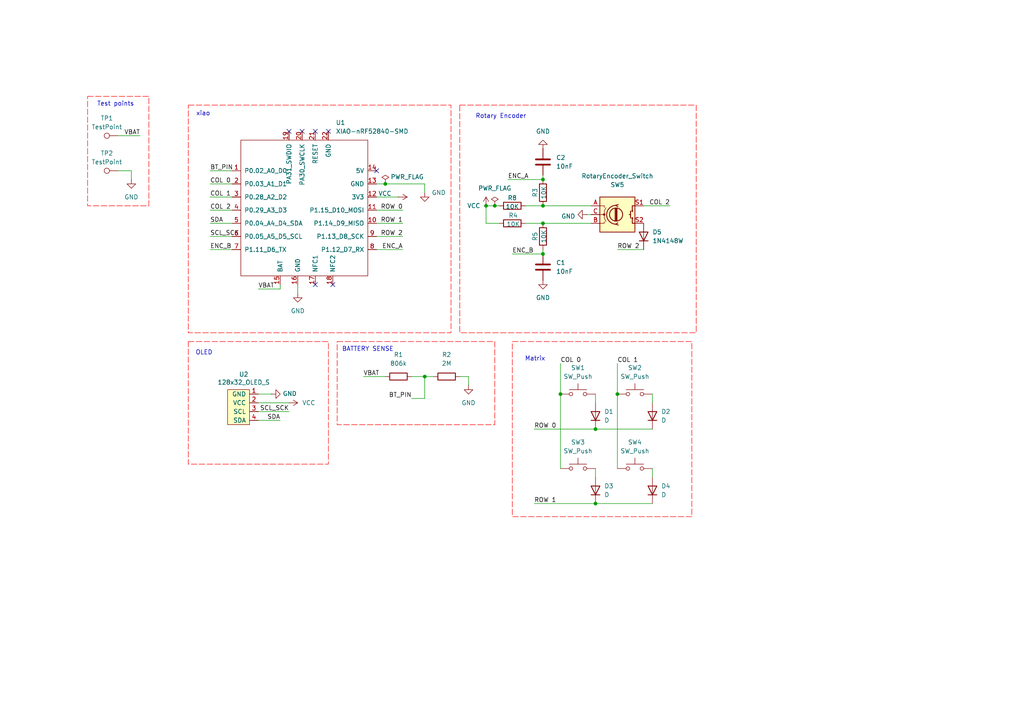
<source format=kicad_sch>
(kicad_sch
	(version 20250114)
	(generator "eeschema")
	(generator_version "9.0")
	(uuid "88e80aa6-4760-4e33-b58c-7132d0ff0292")
	(paper "A4")
	(lib_symbols
		(symbol "Connector:TestPoint"
			(pin_numbers
				(hide yes)
			)
			(pin_names
				(offset 0.762)
				(hide yes)
			)
			(exclude_from_sim no)
			(in_bom yes)
			(on_board yes)
			(property "Reference" "TP"
				(at 0 6.858 0)
				(effects
					(font
						(size 1.27 1.27)
					)
				)
			)
			(property "Value" "TestPoint"
				(at 0 5.08 0)
				(effects
					(font
						(size 1.27 1.27)
					)
				)
			)
			(property "Footprint" ""
				(at 5.08 0 0)
				(effects
					(font
						(size 1.27 1.27)
					)
					(hide yes)
				)
			)
			(property "Datasheet" "~"
				(at 5.08 0 0)
				(effects
					(font
						(size 1.27 1.27)
					)
					(hide yes)
				)
			)
			(property "Description" "test point"
				(at 0 0 0)
				(effects
					(font
						(size 1.27 1.27)
					)
					(hide yes)
				)
			)
			(property "ki_keywords" "test point tp"
				(at 0 0 0)
				(effects
					(font
						(size 1.27 1.27)
					)
					(hide yes)
				)
			)
			(property "ki_fp_filters" "Pin* Test*"
				(at 0 0 0)
				(effects
					(font
						(size 1.27 1.27)
					)
					(hide yes)
				)
			)
			(symbol "TestPoint_0_1"
				(circle
					(center 0 3.302)
					(radius 0.762)
					(stroke
						(width 0)
						(type default)
					)
					(fill
						(type none)
					)
				)
			)
			(symbol "TestPoint_1_1"
				(pin passive line
					(at 0 0 90)
					(length 2.54)
					(name "1"
						(effects
							(font
								(size 1.27 1.27)
							)
						)
					)
					(number "1"
						(effects
							(font
								(size 1.27 1.27)
							)
						)
					)
				)
			)
			(embedded_fonts no)
		)
		(symbol "Device:C"
			(pin_numbers
				(hide yes)
			)
			(pin_names
				(offset 0.254)
			)
			(exclude_from_sim no)
			(in_bom yes)
			(on_board yes)
			(property "Reference" "C"
				(at 0.635 2.54 0)
				(effects
					(font
						(size 1.27 1.27)
					)
					(justify left)
				)
			)
			(property "Value" "C"
				(at 0.635 -2.54 0)
				(effects
					(font
						(size 1.27 1.27)
					)
					(justify left)
				)
			)
			(property "Footprint" ""
				(at 0.9652 -3.81 0)
				(effects
					(font
						(size 1.27 1.27)
					)
					(hide yes)
				)
			)
			(property "Datasheet" "~"
				(at 0 0 0)
				(effects
					(font
						(size 1.27 1.27)
					)
					(hide yes)
				)
			)
			(property "Description" "Unpolarized capacitor"
				(at 0 0 0)
				(effects
					(font
						(size 1.27 1.27)
					)
					(hide yes)
				)
			)
			(property "ki_keywords" "cap capacitor"
				(at 0 0 0)
				(effects
					(font
						(size 1.27 1.27)
					)
					(hide yes)
				)
			)
			(property "ki_fp_filters" "C_*"
				(at 0 0 0)
				(effects
					(font
						(size 1.27 1.27)
					)
					(hide yes)
				)
			)
			(symbol "C_0_1"
				(polyline
					(pts
						(xy -2.032 0.762) (xy 2.032 0.762)
					)
					(stroke
						(width 0.508)
						(type default)
					)
					(fill
						(type none)
					)
				)
				(polyline
					(pts
						(xy -2.032 -0.762) (xy 2.032 -0.762)
					)
					(stroke
						(width 0.508)
						(type default)
					)
					(fill
						(type none)
					)
				)
			)
			(symbol "C_1_1"
				(pin passive line
					(at 0 3.81 270)
					(length 2.794)
					(name "~"
						(effects
							(font
								(size 1.27 1.27)
							)
						)
					)
					(number "1"
						(effects
							(font
								(size 1.27 1.27)
							)
						)
					)
				)
				(pin passive line
					(at 0 -3.81 90)
					(length 2.794)
					(name "~"
						(effects
							(font
								(size 1.27 1.27)
							)
						)
					)
					(number "2"
						(effects
							(font
								(size 1.27 1.27)
							)
						)
					)
				)
			)
			(embedded_fonts no)
		)
		(symbol "Device:D"
			(pin_numbers
				(hide yes)
			)
			(pin_names
				(offset 1.016)
				(hide yes)
			)
			(exclude_from_sim no)
			(in_bom yes)
			(on_board yes)
			(property "Reference" "D"
				(at 0 2.54 0)
				(effects
					(font
						(size 1.27 1.27)
					)
				)
			)
			(property "Value" "D"
				(at 0 -2.54 0)
				(effects
					(font
						(size 1.27 1.27)
					)
				)
			)
			(property "Footprint" ""
				(at 0 0 0)
				(effects
					(font
						(size 1.27 1.27)
					)
					(hide yes)
				)
			)
			(property "Datasheet" "~"
				(at 0 0 0)
				(effects
					(font
						(size 1.27 1.27)
					)
					(hide yes)
				)
			)
			(property "Description" "Diode"
				(at 0 0 0)
				(effects
					(font
						(size 1.27 1.27)
					)
					(hide yes)
				)
			)
			(property "Sim.Device" "D"
				(at 0 0 0)
				(effects
					(font
						(size 1.27 1.27)
					)
					(hide yes)
				)
			)
			(property "Sim.Pins" "1=K 2=A"
				(at 0 0 0)
				(effects
					(font
						(size 1.27 1.27)
					)
					(hide yes)
				)
			)
			(property "ki_keywords" "diode"
				(at 0 0 0)
				(effects
					(font
						(size 1.27 1.27)
					)
					(hide yes)
				)
			)
			(property "ki_fp_filters" "TO-???* *_Diode_* *SingleDiode* D_*"
				(at 0 0 0)
				(effects
					(font
						(size 1.27 1.27)
					)
					(hide yes)
				)
			)
			(symbol "D_0_1"
				(polyline
					(pts
						(xy -1.27 1.27) (xy -1.27 -1.27)
					)
					(stroke
						(width 0.254)
						(type default)
					)
					(fill
						(type none)
					)
				)
				(polyline
					(pts
						(xy 1.27 1.27) (xy 1.27 -1.27) (xy -1.27 0) (xy 1.27 1.27)
					)
					(stroke
						(width 0.254)
						(type default)
					)
					(fill
						(type none)
					)
				)
				(polyline
					(pts
						(xy 1.27 0) (xy -1.27 0)
					)
					(stroke
						(width 0)
						(type default)
					)
					(fill
						(type none)
					)
				)
			)
			(symbol "D_1_1"
				(pin passive line
					(at -3.81 0 0)
					(length 2.54)
					(name "K"
						(effects
							(font
								(size 1.27 1.27)
							)
						)
					)
					(number "1"
						(effects
							(font
								(size 1.27 1.27)
							)
						)
					)
				)
				(pin passive line
					(at 3.81 0 180)
					(length 2.54)
					(name "A"
						(effects
							(font
								(size 1.27 1.27)
							)
						)
					)
					(number "2"
						(effects
							(font
								(size 1.27 1.27)
							)
						)
					)
				)
			)
			(embedded_fonts no)
		)
		(symbol "Device:R"
			(pin_numbers
				(hide yes)
			)
			(pin_names
				(offset 0)
			)
			(exclude_from_sim no)
			(in_bom yes)
			(on_board yes)
			(property "Reference" "R"
				(at 2.032 0 90)
				(effects
					(font
						(size 1.27 1.27)
					)
				)
			)
			(property "Value" "R"
				(at 0 0 90)
				(effects
					(font
						(size 1.27 1.27)
					)
				)
			)
			(property "Footprint" ""
				(at -1.778 0 90)
				(effects
					(font
						(size 1.27 1.27)
					)
					(hide yes)
				)
			)
			(property "Datasheet" "~"
				(at 0 0 0)
				(effects
					(font
						(size 1.27 1.27)
					)
					(hide yes)
				)
			)
			(property "Description" "Resistor"
				(at 0 0 0)
				(effects
					(font
						(size 1.27 1.27)
					)
					(hide yes)
				)
			)
			(property "ki_keywords" "R res resistor"
				(at 0 0 0)
				(effects
					(font
						(size 1.27 1.27)
					)
					(hide yes)
				)
			)
			(property "ki_fp_filters" "R_*"
				(at 0 0 0)
				(effects
					(font
						(size 1.27 1.27)
					)
					(hide yes)
				)
			)
			(symbol "R_0_1"
				(rectangle
					(start -1.016 -2.54)
					(end 1.016 2.54)
					(stroke
						(width 0.254)
						(type default)
					)
					(fill
						(type none)
					)
				)
			)
			(symbol "R_1_1"
				(pin passive line
					(at 0 3.81 270)
					(length 1.27)
					(name "~"
						(effects
							(font
								(size 1.27 1.27)
							)
						)
					)
					(number "1"
						(effects
							(font
								(size 1.27 1.27)
							)
						)
					)
				)
				(pin passive line
					(at 0 -3.81 90)
					(length 1.27)
					(name "~"
						(effects
							(font
								(size 1.27 1.27)
							)
						)
					)
					(number "2"
						(effects
							(font
								(size 1.27 1.27)
							)
						)
					)
				)
			)
			(embedded_fonts no)
		)
		(symbol "Device:RotaryEncoder_Switch"
			(pin_names
				(offset 0.254)
				(hide yes)
			)
			(exclude_from_sim no)
			(in_bom yes)
			(on_board yes)
			(property "Reference" "SW"
				(at 0 6.604 0)
				(effects
					(font
						(size 1.27 1.27)
					)
				)
			)
			(property "Value" "RotaryEncoder_Switch"
				(at 0 -6.604 0)
				(effects
					(font
						(size 1.27 1.27)
					)
				)
			)
			(property "Footprint" ""
				(at -3.81 4.064 0)
				(effects
					(font
						(size 1.27 1.27)
					)
					(hide yes)
				)
			)
			(property "Datasheet" "~"
				(at 0 6.604 0)
				(effects
					(font
						(size 1.27 1.27)
					)
					(hide yes)
				)
			)
			(property "Description" "Rotary encoder, dual channel, incremental quadrate outputs, with switch"
				(at 0 0 0)
				(effects
					(font
						(size 1.27 1.27)
					)
					(hide yes)
				)
			)
			(property "ki_keywords" "rotary switch encoder switch push button"
				(at 0 0 0)
				(effects
					(font
						(size 1.27 1.27)
					)
					(hide yes)
				)
			)
			(property "ki_fp_filters" "RotaryEncoder*Switch*"
				(at 0 0 0)
				(effects
					(font
						(size 1.27 1.27)
					)
					(hide yes)
				)
			)
			(symbol "RotaryEncoder_Switch_0_1"
				(rectangle
					(start -5.08 5.08)
					(end 5.08 -5.08)
					(stroke
						(width 0.254)
						(type default)
					)
					(fill
						(type background)
					)
				)
				(polyline
					(pts
						(xy -5.08 2.54) (xy -3.81 2.54) (xy -3.81 2.032)
					)
					(stroke
						(width 0)
						(type default)
					)
					(fill
						(type none)
					)
				)
				(polyline
					(pts
						(xy -5.08 0) (xy -3.81 0) (xy -3.81 -1.016) (xy -3.302 -2.032)
					)
					(stroke
						(width 0)
						(type default)
					)
					(fill
						(type none)
					)
				)
				(polyline
					(pts
						(xy -5.08 -2.54) (xy -3.81 -2.54) (xy -3.81 -2.032)
					)
					(stroke
						(width 0)
						(type default)
					)
					(fill
						(type none)
					)
				)
				(polyline
					(pts
						(xy -4.318 0) (xy -3.81 0) (xy -3.81 1.016) (xy -3.302 2.032)
					)
					(stroke
						(width 0)
						(type default)
					)
					(fill
						(type none)
					)
				)
				(circle
					(center -3.81 0)
					(radius 0.254)
					(stroke
						(width 0)
						(type default)
					)
					(fill
						(type outline)
					)
				)
				(polyline
					(pts
						(xy -0.635 -1.778) (xy -0.635 1.778)
					)
					(stroke
						(width 0.254)
						(type default)
					)
					(fill
						(type none)
					)
				)
				(circle
					(center -0.381 0)
					(radius 1.905)
					(stroke
						(width 0.254)
						(type default)
					)
					(fill
						(type none)
					)
				)
				(polyline
					(pts
						(xy -0.381 -1.778) (xy -0.381 1.778)
					)
					(stroke
						(width 0.254)
						(type default)
					)
					(fill
						(type none)
					)
				)
				(arc
					(start -0.381 -2.794)
					(mid -3.0988 -0.0635)
					(end -0.381 2.667)
					(stroke
						(width 0.254)
						(type default)
					)
					(fill
						(type none)
					)
				)
				(polyline
					(pts
						(xy -0.127 1.778) (xy -0.127 -1.778)
					)
					(stroke
						(width 0.254)
						(type default)
					)
					(fill
						(type none)
					)
				)
				(polyline
					(pts
						(xy 0.254 2.921) (xy -0.508 2.667) (xy 0.127 2.286)
					)
					(stroke
						(width 0.254)
						(type default)
					)
					(fill
						(type none)
					)
				)
				(polyline
					(pts
						(xy 0.254 -3.048) (xy -0.508 -2.794) (xy 0.127 -2.413)
					)
					(stroke
						(width 0.254)
						(type default)
					)
					(fill
						(type none)
					)
				)
				(polyline
					(pts
						(xy 3.81 1.016) (xy 3.81 -1.016)
					)
					(stroke
						(width 0.254)
						(type default)
					)
					(fill
						(type none)
					)
				)
				(polyline
					(pts
						(xy 3.81 0) (xy 3.429 0)
					)
					(stroke
						(width 0.254)
						(type default)
					)
					(fill
						(type none)
					)
				)
				(circle
					(center 4.318 1.016)
					(radius 0.127)
					(stroke
						(width 0.254)
						(type default)
					)
					(fill
						(type none)
					)
				)
				(circle
					(center 4.318 -1.016)
					(radius 0.127)
					(stroke
						(width 0.254)
						(type default)
					)
					(fill
						(type none)
					)
				)
				(polyline
					(pts
						(xy 5.08 2.54) (xy 4.318 2.54) (xy 4.318 1.016)
					)
					(stroke
						(width 0.254)
						(type default)
					)
					(fill
						(type none)
					)
				)
				(polyline
					(pts
						(xy 5.08 -2.54) (xy 4.318 -2.54) (xy 4.318 -1.016)
					)
					(stroke
						(width 0.254)
						(type default)
					)
					(fill
						(type none)
					)
				)
			)
			(symbol "RotaryEncoder_Switch_1_1"
				(pin passive line
					(at -7.62 2.54 0)
					(length 2.54)
					(name "A"
						(effects
							(font
								(size 1.27 1.27)
							)
						)
					)
					(number "A"
						(effects
							(font
								(size 1.27 1.27)
							)
						)
					)
				)
				(pin passive line
					(at -7.62 0 0)
					(length 2.54)
					(name "C"
						(effects
							(font
								(size 1.27 1.27)
							)
						)
					)
					(number "C"
						(effects
							(font
								(size 1.27 1.27)
							)
						)
					)
				)
				(pin passive line
					(at -7.62 -2.54 0)
					(length 2.54)
					(name "B"
						(effects
							(font
								(size 1.27 1.27)
							)
						)
					)
					(number "B"
						(effects
							(font
								(size 1.27 1.27)
							)
						)
					)
				)
				(pin passive line
					(at 7.62 2.54 180)
					(length 2.54)
					(name "S1"
						(effects
							(font
								(size 1.27 1.27)
							)
						)
					)
					(number "S1"
						(effects
							(font
								(size 1.27 1.27)
							)
						)
					)
				)
				(pin passive line
					(at 7.62 -2.54 180)
					(length 2.54)
					(name "S2"
						(effects
							(font
								(size 1.27 1.27)
							)
						)
					)
					(number "S2"
						(effects
							(font
								(size 1.27 1.27)
							)
						)
					)
				)
			)
			(embedded_fonts no)
		)
		(symbol "Seeed_Studio_XIAO_Series:XIAO-nRF52840-SMD"
			(pin_names
				(offset 1.016)
			)
			(exclude_from_sim no)
			(in_bom yes)
			(on_board yes)
			(property "Reference" "U"
				(at -18.542 23.114 0)
				(effects
					(font
						(size 1.27 1.27)
					)
				)
			)
			(property "Value" "XIAO-nRF52840-SMD"
				(at -8.636 21.336 0)
				(effects
					(font
						(size 1.27 1.27)
					)
				)
			)
			(property "Footprint" ""
				(at -8.89 5.08 0)
				(effects
					(font
						(size 1.27 1.27)
					)
					(hide yes)
				)
			)
			(property "Datasheet" ""
				(at -8.89 5.08 0)
				(effects
					(font
						(size 1.27 1.27)
					)
					(hide yes)
				)
			)
			(property "Description" ""
				(at 0 0 0)
				(effects
					(font
						(size 1.27 1.27)
					)
					(hide yes)
				)
			)
			(symbol "XIAO-nRF52840-SMD_0_1"
				(rectangle
					(start -19.05 20.32)
					(end 17.78 -19.05)
					(stroke
						(width 0)
						(type default)
					)
					(fill
						(type none)
					)
				)
			)
			(symbol "XIAO-nRF52840-SMD_1_1"
				(pin passive line
					(at -21.59 11.43 0)
					(length 2.54)
					(name "P0.02_A0_D0"
						(effects
							(font
								(size 1.27 1.27)
							)
						)
					)
					(number "1"
						(effects
							(font
								(size 1.27 1.27)
							)
						)
					)
				)
				(pin passive line
					(at -21.59 7.62 0)
					(length 2.54)
					(name "P0.03_A1_D1"
						(effects
							(font
								(size 1.27 1.27)
							)
						)
					)
					(number "2"
						(effects
							(font
								(size 1.27 1.27)
							)
						)
					)
				)
				(pin passive line
					(at -21.59 3.81 0)
					(length 2.54)
					(name "P0.28_A2_D2"
						(effects
							(font
								(size 1.27 1.27)
							)
						)
					)
					(number "3"
						(effects
							(font
								(size 1.27 1.27)
							)
						)
					)
				)
				(pin passive line
					(at -21.59 0 0)
					(length 2.54)
					(name "P0.29_A3_D3"
						(effects
							(font
								(size 1.27 1.27)
							)
						)
					)
					(number "4"
						(effects
							(font
								(size 1.27 1.27)
							)
						)
					)
				)
				(pin passive line
					(at -21.59 -3.81 0)
					(length 2.54)
					(name "P0.04_A4_D4_SDA"
						(effects
							(font
								(size 1.27 1.27)
							)
						)
					)
					(number "5"
						(effects
							(font
								(size 1.27 1.27)
							)
						)
					)
				)
				(pin passive line
					(at -21.59 -7.62 0)
					(length 2.54)
					(name "P0.05_A5_D5_SCL"
						(effects
							(font
								(size 1.27 1.27)
							)
						)
					)
					(number "6"
						(effects
							(font
								(size 1.27 1.27)
							)
						)
					)
				)
				(pin passive line
					(at -21.59 -11.43 0)
					(length 2.54)
					(name "P1.11_D6_TX"
						(effects
							(font
								(size 1.27 1.27)
							)
						)
					)
					(number "7"
						(effects
							(font
								(size 1.27 1.27)
							)
						)
					)
				)
				(pin passive line
					(at -7.62 -21.59 90)
					(length 2.54)
					(name "BAT"
						(effects
							(font
								(size 1.27 1.27)
							)
						)
					)
					(number "15"
						(effects
							(font
								(size 1.27 1.27)
							)
						)
					)
				)
				(pin passive line
					(at -5.08 22.86 270)
					(length 2.54)
					(name "PA31_SWDIO"
						(effects
							(font
								(size 1.27 1.27)
							)
						)
					)
					(number "19"
						(effects
							(font
								(size 1.27 1.27)
							)
						)
					)
				)
				(pin passive line
					(at -2.54 -21.59 90)
					(length 2.54)
					(name "GND"
						(effects
							(font
								(size 1.27 1.27)
							)
						)
					)
					(number "16"
						(effects
							(font
								(size 1.27 1.27)
							)
						)
					)
				)
				(pin passive line
					(at -1.27 22.86 270)
					(length 2.54)
					(name "PA30_SWCLK"
						(effects
							(font
								(size 1.27 1.27)
							)
						)
					)
					(number "20"
						(effects
							(font
								(size 1.27 1.27)
							)
						)
					)
				)
				(pin passive line
					(at 2.54 22.86 270)
					(length 2.54)
					(name "RESET"
						(effects
							(font
								(size 1.27 1.27)
							)
						)
					)
					(number "21"
						(effects
							(font
								(size 1.27 1.27)
							)
						)
					)
				)
				(pin passive line
					(at 2.54 -21.59 90)
					(length 2.54)
					(name "NFC1"
						(effects
							(font
								(size 1.27 1.27)
							)
						)
					)
					(number "17"
						(effects
							(font
								(size 1.27 1.27)
							)
						)
					)
				)
				(pin passive line
					(at 6.35 22.86 270)
					(length 2.54)
					(name "GND"
						(effects
							(font
								(size 1.27 1.27)
							)
						)
					)
					(number "22"
						(effects
							(font
								(size 1.27 1.27)
							)
						)
					)
				)
				(pin passive line
					(at 7.62 -21.59 90)
					(length 2.54)
					(name "NFC2"
						(effects
							(font
								(size 1.27 1.27)
							)
						)
					)
					(number "18"
						(effects
							(font
								(size 1.27 1.27)
							)
						)
					)
				)
				(pin passive line
					(at 20.32 11.43 180)
					(length 2.54)
					(name "5V"
						(effects
							(font
								(size 1.27 1.27)
							)
						)
					)
					(number "14"
						(effects
							(font
								(size 1.27 1.27)
							)
						)
					)
				)
				(pin passive line
					(at 20.32 7.62 180)
					(length 2.54)
					(name "GND"
						(effects
							(font
								(size 1.27 1.27)
							)
						)
					)
					(number "13"
						(effects
							(font
								(size 1.27 1.27)
							)
						)
					)
				)
				(pin passive line
					(at 20.32 3.81 180)
					(length 2.54)
					(name "3V3"
						(effects
							(font
								(size 1.27 1.27)
							)
						)
					)
					(number "12"
						(effects
							(font
								(size 1.27 1.27)
							)
						)
					)
				)
				(pin passive line
					(at 20.32 0 180)
					(length 2.54)
					(name "P1.15_D10_MOSI"
						(effects
							(font
								(size 1.27 1.27)
							)
						)
					)
					(number "11"
						(effects
							(font
								(size 1.27 1.27)
							)
						)
					)
				)
				(pin passive line
					(at 20.32 -3.81 180)
					(length 2.54)
					(name "P1.14_D9_MISO"
						(effects
							(font
								(size 1.27 1.27)
							)
						)
					)
					(number "10"
						(effects
							(font
								(size 1.27 1.27)
							)
						)
					)
				)
				(pin passive line
					(at 20.32 -7.62 180)
					(length 2.54)
					(name "P1.13_D8_SCK"
						(effects
							(font
								(size 1.27 1.27)
							)
						)
					)
					(number "9"
						(effects
							(font
								(size 1.27 1.27)
							)
						)
					)
				)
				(pin passive line
					(at 20.32 -11.43 180)
					(length 2.54)
					(name "P1.12_D7_RX"
						(effects
							(font
								(size 1.27 1.27)
							)
						)
					)
					(number "8"
						(effects
							(font
								(size 1.27 1.27)
							)
						)
					)
				)
			)
			(embedded_fonts no)
		)
		(symbol "Switch:SW_Push"
			(pin_numbers
				(hide yes)
			)
			(pin_names
				(offset 1.016)
				(hide yes)
			)
			(exclude_from_sim no)
			(in_bom yes)
			(on_board yes)
			(property "Reference" "SW"
				(at 1.27 2.54 0)
				(effects
					(font
						(size 1.27 1.27)
					)
					(justify left)
				)
			)
			(property "Value" "SW_Push"
				(at 0 -1.524 0)
				(effects
					(font
						(size 1.27 1.27)
					)
				)
			)
			(property "Footprint" ""
				(at 0 5.08 0)
				(effects
					(font
						(size 1.27 1.27)
					)
					(hide yes)
				)
			)
			(property "Datasheet" "~"
				(at 0 5.08 0)
				(effects
					(font
						(size 1.27 1.27)
					)
					(hide yes)
				)
			)
			(property "Description" "Push button switch, generic, two pins"
				(at 0 0 0)
				(effects
					(font
						(size 1.27 1.27)
					)
					(hide yes)
				)
			)
			(property "ki_keywords" "switch normally-open pushbutton push-button"
				(at 0 0 0)
				(effects
					(font
						(size 1.27 1.27)
					)
					(hide yes)
				)
			)
			(symbol "SW_Push_0_1"
				(circle
					(center -2.032 0)
					(radius 0.508)
					(stroke
						(width 0)
						(type default)
					)
					(fill
						(type none)
					)
				)
				(polyline
					(pts
						(xy 0 1.27) (xy 0 3.048)
					)
					(stroke
						(width 0)
						(type default)
					)
					(fill
						(type none)
					)
				)
				(circle
					(center 2.032 0)
					(radius 0.508)
					(stroke
						(width 0)
						(type default)
					)
					(fill
						(type none)
					)
				)
				(polyline
					(pts
						(xy 2.54 1.27) (xy -2.54 1.27)
					)
					(stroke
						(width 0)
						(type default)
					)
					(fill
						(type none)
					)
				)
				(pin passive line
					(at -5.08 0 0)
					(length 2.54)
					(name "1"
						(effects
							(font
								(size 1.27 1.27)
							)
						)
					)
					(number "1"
						(effects
							(font
								(size 1.27 1.27)
							)
						)
					)
				)
				(pin passive line
					(at 5.08 0 180)
					(length 2.54)
					(name "2"
						(effects
							(font
								(size 1.27 1.27)
							)
						)
					)
					(number "2"
						(effects
							(font
								(size 1.27 1.27)
							)
						)
					)
				)
			)
			(embedded_fonts no)
		)
		(symbol "pcb-rescue:128x32_OLED_S-128x32_OLED-smolpad-rev3-rescue"
			(pin_names
				(offset 1.016)
			)
			(exclude_from_sim no)
			(in_bom yes)
			(on_board yes)
			(property "Reference" "U2"
				(at -9.525 -10.5918 90)
				(effects
					(font
						(size 1.27 1.27)
					)
				)
			)
			(property "Value" "128x32_OLED_S"
				(at -7.2136 -10.5918 90)
				(effects
					(font
						(size 1.27 1.27)
					)
				)
			)
			(property "Footprint" "zzz_Project:SSD1306-0.91-OLED-4pin-128x32"
				(at 0 0 0)
				(effects
					(font
						(size 1.27 1.27)
					)
					(hide yes)
				)
			)
			(property "Datasheet" ""
				(at 0 0 0)
				(effects
					(font
						(size 1.27 1.27)
					)
					(hide yes)
				)
			)
			(property "Description" ""
				(at 0 0 0)
				(effects
					(font
						(size 1.27 1.27)
					)
				)
			)
			(symbol "128x32_OLED_S-128x32_OLED-smolpad-rev3-rescue_0_1"
				(rectangle
					(start -5.08 -8.89)
					(end 5.08 -15.24)
					(stroke
						(width 0)
						(type solid)
					)
					(fill
						(type background)
					)
				)
			)
			(symbol "128x32_OLED_S-128x32_OLED-smolpad-rev3-rescue_1_1"
				(pin input line
					(at -3.81 -6.35 270)
					(length 2.54)
					(name "GND"
						(effects
							(font
								(size 1.27 1.27)
							)
						)
					)
					(number "1"
						(effects
							(font
								(size 1.27 1.27)
							)
						)
					)
				)
				(pin input line
					(at -1.27 -6.35 270)
					(length 2.54)
					(name "VCC"
						(effects
							(font
								(size 1.27 1.27)
							)
						)
					)
					(number "2"
						(effects
							(font
								(size 1.27 1.27)
							)
						)
					)
				)
				(pin input line
					(at 1.27 -6.35 270)
					(length 2.54)
					(name "SCL"
						(effects
							(font
								(size 1.27 1.27)
							)
						)
					)
					(number "3"
						(effects
							(font
								(size 1.27 1.27)
							)
						)
					)
				)
				(pin input line
					(at 3.81 -6.35 270)
					(length 2.54)
					(name "SDA"
						(effects
							(font
								(size 1.27 1.27)
							)
						)
					)
					(number "4"
						(effects
							(font
								(size 1.27 1.27)
							)
						)
					)
				)
			)
			(embedded_fonts no)
		)
		(symbol "power:+3.3V"
			(power)
			(pin_numbers
				(hide yes)
			)
			(pin_names
				(offset 0)
				(hide yes)
			)
			(exclude_from_sim no)
			(in_bom yes)
			(on_board yes)
			(property "Reference" "#PWR"
				(at 0 -3.81 0)
				(effects
					(font
						(size 1.27 1.27)
					)
					(hide yes)
				)
			)
			(property "Value" "+3.3V"
				(at 0 3.556 0)
				(effects
					(font
						(size 1.27 1.27)
					)
				)
			)
			(property "Footprint" ""
				(at 0 0 0)
				(effects
					(font
						(size 1.27 1.27)
					)
					(hide yes)
				)
			)
			(property "Datasheet" ""
				(at 0 0 0)
				(effects
					(font
						(size 1.27 1.27)
					)
					(hide yes)
				)
			)
			(property "Description" "Power symbol creates a global label with name \"+3.3V\""
				(at 0 0 0)
				(effects
					(font
						(size 1.27 1.27)
					)
					(hide yes)
				)
			)
			(property "ki_keywords" "global power"
				(at 0 0 0)
				(effects
					(font
						(size 1.27 1.27)
					)
					(hide yes)
				)
			)
			(symbol "+3.3V_0_1"
				(polyline
					(pts
						(xy -0.762 1.27) (xy 0 2.54)
					)
					(stroke
						(width 0)
						(type default)
					)
					(fill
						(type none)
					)
				)
				(polyline
					(pts
						(xy 0 2.54) (xy 0.762 1.27)
					)
					(stroke
						(width 0)
						(type default)
					)
					(fill
						(type none)
					)
				)
				(polyline
					(pts
						(xy 0 0) (xy 0 2.54)
					)
					(stroke
						(width 0)
						(type default)
					)
					(fill
						(type none)
					)
				)
			)
			(symbol "+3.3V_1_1"
				(pin power_in line
					(at 0 0 90)
					(length 0)
					(name "~"
						(effects
							(font
								(size 1.27 1.27)
							)
						)
					)
					(number "1"
						(effects
							(font
								(size 1.27 1.27)
							)
						)
					)
				)
			)
			(embedded_fonts no)
		)
		(symbol "power:GND"
			(power)
			(pin_numbers
				(hide yes)
			)
			(pin_names
				(offset 0)
				(hide yes)
			)
			(exclude_from_sim no)
			(in_bom yes)
			(on_board yes)
			(property "Reference" "#PWR"
				(at 0 -6.35 0)
				(effects
					(font
						(size 1.27 1.27)
					)
					(hide yes)
				)
			)
			(property "Value" "GND"
				(at 0 -3.81 0)
				(effects
					(font
						(size 1.27 1.27)
					)
				)
			)
			(property "Footprint" ""
				(at 0 0 0)
				(effects
					(font
						(size 1.27 1.27)
					)
					(hide yes)
				)
			)
			(property "Datasheet" ""
				(at 0 0 0)
				(effects
					(font
						(size 1.27 1.27)
					)
					(hide yes)
				)
			)
			(property "Description" "Power symbol creates a global label with name \"GND\" , ground"
				(at 0 0 0)
				(effects
					(font
						(size 1.27 1.27)
					)
					(hide yes)
				)
			)
			(property "ki_keywords" "global power"
				(at 0 0 0)
				(effects
					(font
						(size 1.27 1.27)
					)
					(hide yes)
				)
			)
			(symbol "GND_0_1"
				(polyline
					(pts
						(xy 0 0) (xy 0 -1.27) (xy 1.27 -1.27) (xy 0 -2.54) (xy -1.27 -1.27) (xy 0 -1.27)
					)
					(stroke
						(width 0)
						(type default)
					)
					(fill
						(type none)
					)
				)
			)
			(symbol "GND_1_1"
				(pin power_in line
					(at 0 0 270)
					(length 0)
					(name "~"
						(effects
							(font
								(size 1.27 1.27)
							)
						)
					)
					(number "1"
						(effects
							(font
								(size 1.27 1.27)
							)
						)
					)
				)
			)
			(embedded_fonts no)
		)
		(symbol "power:PWR_FLAG"
			(power)
			(pin_numbers
				(hide yes)
			)
			(pin_names
				(offset 0)
				(hide yes)
			)
			(exclude_from_sim no)
			(in_bom yes)
			(on_board yes)
			(property "Reference" "#FLG"
				(at 0 1.905 0)
				(effects
					(font
						(size 1.27 1.27)
					)
					(hide yes)
				)
			)
			(property "Value" "PWR_FLAG"
				(at 0 3.81 0)
				(effects
					(font
						(size 1.27 1.27)
					)
				)
			)
			(property "Footprint" ""
				(at 0 0 0)
				(effects
					(font
						(size 1.27 1.27)
					)
					(hide yes)
				)
			)
			(property "Datasheet" "~"
				(at 0 0 0)
				(effects
					(font
						(size 1.27 1.27)
					)
					(hide yes)
				)
			)
			(property "Description" "Special symbol for telling ERC where power comes from"
				(at 0 0 0)
				(effects
					(font
						(size 1.27 1.27)
					)
					(hide yes)
				)
			)
			(property "ki_keywords" "flag power"
				(at 0 0 0)
				(effects
					(font
						(size 1.27 1.27)
					)
					(hide yes)
				)
			)
			(symbol "PWR_FLAG_0_0"
				(pin power_out line
					(at 0 0 90)
					(length 0)
					(name "~"
						(effects
							(font
								(size 1.27 1.27)
							)
						)
					)
					(number "1"
						(effects
							(font
								(size 1.27 1.27)
							)
						)
					)
				)
			)
			(symbol "PWR_FLAG_0_1"
				(polyline
					(pts
						(xy 0 0) (xy 0 1.27) (xy -1.016 1.905) (xy 0 2.54) (xy 1.016 1.905) (xy 0 1.27)
					)
					(stroke
						(width 0)
						(type default)
					)
					(fill
						(type none)
					)
				)
			)
			(embedded_fonts no)
		)
		(symbol "power:VCC"
			(power)
			(pin_numbers
				(hide yes)
			)
			(pin_names
				(offset 0)
				(hide yes)
			)
			(exclude_from_sim no)
			(in_bom yes)
			(on_board yes)
			(property "Reference" "#PWR"
				(at 0 -3.81 0)
				(effects
					(font
						(size 1.27 1.27)
					)
					(hide yes)
				)
			)
			(property "Value" "VCC"
				(at 0 3.556 0)
				(effects
					(font
						(size 1.27 1.27)
					)
				)
			)
			(property "Footprint" ""
				(at 0 0 0)
				(effects
					(font
						(size 1.27 1.27)
					)
					(hide yes)
				)
			)
			(property "Datasheet" ""
				(at 0 0 0)
				(effects
					(font
						(size 1.27 1.27)
					)
					(hide yes)
				)
			)
			(property "Description" "Power symbol creates a global label with name \"VCC\""
				(at 0 0 0)
				(effects
					(font
						(size 1.27 1.27)
					)
					(hide yes)
				)
			)
			(property "ki_keywords" "global power"
				(at 0 0 0)
				(effects
					(font
						(size 1.27 1.27)
					)
					(hide yes)
				)
			)
			(symbol "VCC_0_1"
				(polyline
					(pts
						(xy -0.762 1.27) (xy 0 2.54)
					)
					(stroke
						(width 0)
						(type default)
					)
					(fill
						(type none)
					)
				)
				(polyline
					(pts
						(xy 0 2.54) (xy 0.762 1.27)
					)
					(stroke
						(width 0)
						(type default)
					)
					(fill
						(type none)
					)
				)
				(polyline
					(pts
						(xy 0 0) (xy 0 2.54)
					)
					(stroke
						(width 0)
						(type default)
					)
					(fill
						(type none)
					)
				)
			)
			(symbol "VCC_1_1"
				(pin power_in line
					(at 0 0 90)
					(length 0)
					(name "~"
						(effects
							(font
								(size 1.27 1.27)
							)
						)
					)
					(number "1"
						(effects
							(font
								(size 1.27 1.27)
							)
						)
					)
				)
			)
			(embedded_fonts no)
		)
	)
	(text "OLED\n"
		(exclude_from_sim no)
		(at 59.182 102.362 0)
		(effects
			(font
				(size 1.27 1.27)
			)
		)
		(uuid "00bf93be-038d-4fb3-8846-91b7aa232c41")
	)
	(text "Rotary Encoder\n"
		(exclude_from_sim no)
		(at 145.288 33.782 0)
		(effects
			(font
				(size 1.27 1.27)
			)
		)
		(uuid "0fea9379-899d-43fc-a5ad-d179e088d983")
	)
	(text "Test points\n"
		(exclude_from_sim no)
		(at 33.528 30.226 0)
		(effects
			(font
				(size 1.27 1.27)
			)
		)
		(uuid "5fddd474-ea7d-46c0-9ec1-c67cfa9990fa")
	)
	(text "BATTERY SENSE\n"
		(exclude_from_sim no)
		(at 106.68 101.346 0)
		(effects
			(font
				(size 1.27 1.27)
			)
		)
		(uuid "7320a006-b956-4165-831f-18c50ee82779")
	)
	(text "Matrix\n"
		(exclude_from_sim no)
		(at 155.194 104.14 0)
		(effects
			(font
				(size 1.27 1.27)
			)
		)
		(uuid "7c9659bc-9f6b-4b79-afd6-6d58c4927f8d")
	)
	(text "xiao\n"
		(exclude_from_sim no)
		(at 58.928 33.02 0)
		(effects
			(font
				(size 1.27 1.27)
			)
		)
		(uuid "88ac471d-e6ed-4771-b330-d89ad5008821")
	)
	(junction
		(at 172.72 124.46)
		(diameter 0)
		(color 0 0 0 0)
		(uuid "0b36f30d-4bb1-44d0-a801-46b4f6931506")
	)
	(junction
		(at 157.48 52.07)
		(diameter 0)
		(color 0 0 0 0)
		(uuid "0e30e5b2-468d-4952-a78b-3ef68303ba96")
	)
	(junction
		(at 143.51 59.69)
		(diameter 0)
		(color 0 0 0 0)
		(uuid "123f0d39-9052-47cf-b4bf-5091d4d13d6a")
	)
	(junction
		(at 179.07 114.3)
		(diameter 0)
		(color 0 0 0 0)
		(uuid "3d2264b9-2b13-450e-bc8d-3a15ad1f9a2c")
	)
	(junction
		(at 157.48 73.66)
		(diameter 0)
		(color 0 0 0 0)
		(uuid "440b9ecd-c62b-49b6-b0f6-42b2772af192")
	)
	(junction
		(at 172.72 146.05)
		(diameter 0)
		(color 0 0 0 0)
		(uuid "4769911e-d98c-4aea-b550-6ab6876c4584")
	)
	(junction
		(at 111.76 53.34)
		(diameter 0)
		(color 0 0 0 0)
		(uuid "5a62f092-e65f-4cf2-b479-6353b8478382")
	)
	(junction
		(at 140.97 59.69)
		(diameter 0)
		(color 0 0 0 0)
		(uuid "691b2fa8-c89a-4ddf-a631-4284d2c6382d")
	)
	(junction
		(at 157.48 64.77)
		(diameter 0)
		(color 0 0 0 0)
		(uuid "7189d430-d7a2-4996-9388-d75d71023a4a")
	)
	(junction
		(at 123.19 109.22)
		(diameter 0)
		(color 0 0 0 0)
		(uuid "a4ecbf17-1f55-4636-8196-887a6f54f27b")
	)
	(junction
		(at 157.48 59.69)
		(diameter 0)
		(color 0 0 0 0)
		(uuid "bb73f67d-0d49-4d66-88dd-5f9bce469ff1")
	)
	(junction
		(at 162.56 114.3)
		(diameter 0)
		(color 0 0 0 0)
		(uuid "e9ddb454-aaa6-44b5-bd4a-a6c4d886f210")
	)
	(no_connect
		(at 91.44 82.55)
		(uuid "148cc890-77fa-4192-8272-8d86a3126cdb")
	)
	(no_connect
		(at 91.44 38.1)
		(uuid "927c7abd-44db-4836-a40b-67cb5c94466c")
	)
	(no_connect
		(at 87.63 38.1)
		(uuid "a1458c8f-3b63-45ca-9c04-3112a9e55e0c")
	)
	(no_connect
		(at 83.82 38.1)
		(uuid "cf7e79e0-dee2-4973-8228-763b01cb6f18")
	)
	(no_connect
		(at 95.25 38.1)
		(uuid "daeaea9a-93c2-4089-ab06-a1b2675b4f6f")
	)
	(no_connect
		(at 109.22 49.53)
		(uuid "e01eadd6-d207-485a-a0aa-9d4777e08ffd")
	)
	(no_connect
		(at 96.52 82.55)
		(uuid "f620f00b-fe5e-4ad6-adad-e4ac7bf6f54b")
	)
	(wire
		(pts
			(xy 189.23 135.89) (xy 189.23 138.43)
		)
		(stroke
			(width 0)
			(type default)
		)
		(uuid "005db169-57fc-48b2-8a1a-ce178f15b9df")
	)
	(wire
		(pts
			(xy 154.94 146.05) (xy 172.72 146.05)
		)
		(stroke
			(width 0)
			(type default)
		)
		(uuid "06a22e7c-df81-410f-8413-8dc71ceb2eb3")
	)
	(wire
		(pts
			(xy 140.97 59.69) (xy 140.97 64.77)
		)
		(stroke
			(width 0)
			(type default)
		)
		(uuid "0954508b-ed73-4d61-b44c-e3d78b7e751f")
	)
	(wire
		(pts
			(xy 194.31 59.69) (xy 186.69 59.69)
		)
		(stroke
			(width 0)
			(type default)
		)
		(uuid "1040fc43-d5ef-4095-8b4d-fa80891978dd")
	)
	(wire
		(pts
			(xy 162.56 114.3) (xy 162.56 135.89)
		)
		(stroke
			(width 0)
			(type default)
		)
		(uuid "122f00c7-6393-40f3-a9a4-fbe9a91e2bfa")
	)
	(wire
		(pts
			(xy 147.32 52.07) (xy 157.48 52.07)
		)
		(stroke
			(width 0)
			(type default)
		)
		(uuid "14a43094-5ce3-499b-bc34-16a2a8e80a88")
	)
	(wire
		(pts
			(xy 123.19 115.57) (xy 123.19 109.22)
		)
		(stroke
			(width 0)
			(type default)
		)
		(uuid "18a3b57d-66a5-4566-9de0-a4b67e92fc61")
	)
	(wire
		(pts
			(xy 140.97 59.69) (xy 143.51 59.69)
		)
		(stroke
			(width 0)
			(type default)
		)
		(uuid "23ee4a4a-05ed-4ebd-b225-98f7ae31eb3e")
	)
	(wire
		(pts
			(xy 109.22 57.15) (xy 115.57 57.15)
		)
		(stroke
			(width 0)
			(type default)
		)
		(uuid "2545b4bf-d901-4a98-b3c1-0f2754338b5a")
	)
	(wire
		(pts
			(xy 38.1 52.07) (xy 38.1 49.53)
		)
		(stroke
			(width 0)
			(type default)
		)
		(uuid "271f4f69-98ed-4ea5-a268-c6a6d167561a")
	)
	(wire
		(pts
			(xy 123.19 109.22) (xy 125.73 109.22)
		)
		(stroke
			(width 0)
			(type default)
		)
		(uuid "28d58804-c316-41b0-8bea-b9a6f3bed78f")
	)
	(wire
		(pts
			(xy 189.23 114.3) (xy 189.23 116.84)
		)
		(stroke
			(width 0)
			(type default)
		)
		(uuid "292498f0-7a43-4179-8777-17bc6afa1d0c")
	)
	(wire
		(pts
			(xy 60.96 49.53) (xy 67.31 49.53)
		)
		(stroke
			(width 0)
			(type default)
		)
		(uuid "2b244eb1-08a5-4b9a-b6b1-e70501327157")
	)
	(wire
		(pts
			(xy 74.93 121.92) (xy 81.28 121.92)
		)
		(stroke
			(width 0)
			(type default)
		)
		(uuid "2bae68ac-2b2e-4553-b8a6-bd443948891a")
	)
	(wire
		(pts
			(xy 109.22 53.34) (xy 111.76 53.34)
		)
		(stroke
			(width 0)
			(type default)
		)
		(uuid "3c701d69-e565-465b-9931-c40b8331e93d")
	)
	(wire
		(pts
			(xy 154.94 124.46) (xy 172.72 124.46)
		)
		(stroke
			(width 0)
			(type default)
		)
		(uuid "41b3b186-99e3-47a1-a718-75f0e42b9832")
	)
	(wire
		(pts
			(xy 74.93 116.84) (xy 83.82 116.84)
		)
		(stroke
			(width 0)
			(type default)
		)
		(uuid "4302e0ec-7f8f-4a9d-983c-c2ea5fcb9ccc")
	)
	(wire
		(pts
			(xy 179.07 114.3) (xy 179.07 135.89)
		)
		(stroke
			(width 0)
			(type default)
		)
		(uuid "46f94895-301d-4f61-80e0-90dbd89b5ced")
	)
	(wire
		(pts
			(xy 179.07 72.39) (xy 186.69 72.39)
		)
		(stroke
			(width 0)
			(type default)
		)
		(uuid "495b5298-a67a-45cf-86c9-e8d424a5a271")
	)
	(wire
		(pts
			(xy 60.96 60.96) (xy 67.31 60.96)
		)
		(stroke
			(width 0)
			(type default)
		)
		(uuid "4bd4bf63-15b2-44a0-91f1-c381c508f9e3")
	)
	(wire
		(pts
			(xy 157.48 59.69) (xy 171.45 59.69)
		)
		(stroke
			(width 0)
			(type default)
		)
		(uuid "4dea4a43-1607-48a9-8456-fb365c30b8d4")
	)
	(wire
		(pts
			(xy 86.36 82.55) (xy 86.36 85.09)
		)
		(stroke
			(width 0)
			(type default)
		)
		(uuid "54121eef-d31f-453d-962f-059b541509bc")
	)
	(wire
		(pts
			(xy 119.38 109.22) (xy 123.19 109.22)
		)
		(stroke
			(width 0)
			(type default)
		)
		(uuid "5d2f3ef9-f68b-4e5d-90ce-f0ba8f7e8f84")
	)
	(wire
		(pts
			(xy 60.96 68.58) (xy 67.31 68.58)
		)
		(stroke
			(width 0)
			(type default)
		)
		(uuid "659b58a5-1ffb-4ba7-8961-6a2145723477")
	)
	(wire
		(pts
			(xy 172.72 146.05) (xy 189.23 146.05)
		)
		(stroke
			(width 0)
			(type default)
		)
		(uuid "6721abd7-33d4-4856-b518-0759983ffcc7")
	)
	(wire
		(pts
			(xy 109.22 68.58) (xy 116.84 68.58)
		)
		(stroke
			(width 0)
			(type default)
		)
		(uuid "680e091c-99cb-4878-b597-bbffc33d765a")
	)
	(wire
		(pts
			(xy 143.51 59.69) (xy 144.78 59.69)
		)
		(stroke
			(width 0)
			(type default)
		)
		(uuid "68a4ba9f-c4d3-4f1e-87a7-6e37361b7360")
	)
	(wire
		(pts
			(xy 119.38 115.57) (xy 123.19 115.57)
		)
		(stroke
			(width 0)
			(type default)
		)
		(uuid "6a379772-3bef-42a8-b20b-974f0564ef24")
	)
	(wire
		(pts
			(xy 157.48 73.66) (xy 157.48 72.39)
		)
		(stroke
			(width 0)
			(type default)
		)
		(uuid "6ff734ef-920d-4d35-ad14-fec78cd1a545")
	)
	(wire
		(pts
			(xy 148.59 73.66) (xy 157.48 73.66)
		)
		(stroke
			(width 0)
			(type default)
		)
		(uuid "755c9f2e-4a3f-4bd0-a1d3-4a1e35e8c726")
	)
	(wire
		(pts
			(xy 60.96 53.34) (xy 67.31 53.34)
		)
		(stroke
			(width 0)
			(type default)
		)
		(uuid "7c0e66d2-eadb-48cb-a3fb-a8f156ae7717")
	)
	(wire
		(pts
			(xy 123.19 53.34) (xy 123.19 55.88)
		)
		(stroke
			(width 0)
			(type default)
		)
		(uuid "7d111ec5-9bf3-48bd-b6ef-cde6597188e3")
	)
	(wire
		(pts
			(xy 135.89 109.22) (xy 135.89 111.76)
		)
		(stroke
			(width 0)
			(type default)
		)
		(uuid "7d112795-36c0-4b1e-818e-2083a9d36774")
	)
	(wire
		(pts
			(xy 172.72 114.3) (xy 172.72 116.84)
		)
		(stroke
			(width 0)
			(type default)
		)
		(uuid "7ea79a62-1bd0-4852-b4d9-86f59539303e")
	)
	(wire
		(pts
			(xy 157.48 50.8) (xy 157.48 52.07)
		)
		(stroke
			(width 0)
			(type default)
		)
		(uuid "8a89ae8f-d559-4a41-aba2-17b0dc553b45")
	)
	(wire
		(pts
			(xy 109.22 64.77) (xy 116.84 64.77)
		)
		(stroke
			(width 0)
			(type default)
		)
		(uuid "961948d0-6738-4a3a-a66d-40d0df6f9118")
	)
	(wire
		(pts
			(xy 74.93 114.3) (xy 78.74 114.3)
		)
		(stroke
			(width 0)
			(type default)
		)
		(uuid "9c689393-9bc0-42cb-9007-fe8d1a395128")
	)
	(wire
		(pts
			(xy 152.4 64.77) (xy 157.48 64.77)
		)
		(stroke
			(width 0)
			(type default)
		)
		(uuid "a0f3a57d-39a2-42b8-b88a-6a98e85cb1bf")
	)
	(wire
		(pts
			(xy 109.22 60.96) (xy 116.84 60.96)
		)
		(stroke
			(width 0)
			(type default)
		)
		(uuid "a3df60d2-777d-470a-b07d-fdff100eec91")
	)
	(wire
		(pts
			(xy 171.45 62.23) (xy 170.18 62.23)
		)
		(stroke
			(width 0)
			(type default)
		)
		(uuid "ad8697fd-c79e-4b6e-8002-83e5aebeaf86")
	)
	(wire
		(pts
			(xy 162.56 105.41) (xy 162.56 114.3)
		)
		(stroke
			(width 0)
			(type default)
		)
		(uuid "b5e2cc32-68d8-4f28-b63c-86d62d497bf1")
	)
	(wire
		(pts
			(xy 157.48 64.77) (xy 171.45 64.77)
		)
		(stroke
			(width 0)
			(type default)
		)
		(uuid "b9eb88f1-8915-4d68-bbd6-490571bd235b")
	)
	(wire
		(pts
			(xy 109.22 72.39) (xy 116.84 72.39)
		)
		(stroke
			(width 0)
			(type default)
		)
		(uuid "c1eb9d43-026e-442b-96db-6e289e188da1")
	)
	(wire
		(pts
			(xy 179.07 105.41) (xy 179.07 114.3)
		)
		(stroke
			(width 0)
			(type default)
		)
		(uuid "c2336e72-84d8-4061-bf0a-e60ea81337bb")
	)
	(wire
		(pts
			(xy 60.96 64.77) (xy 67.31 64.77)
		)
		(stroke
			(width 0)
			(type default)
		)
		(uuid "c28f09df-39f2-4677-b116-9561da0b4f07")
	)
	(wire
		(pts
			(xy 60.96 57.15) (xy 67.31 57.15)
		)
		(stroke
			(width 0)
			(type default)
		)
		(uuid "cdd720bd-d8f1-4862-a5ad-8a4c2a8bc4f9")
	)
	(wire
		(pts
			(xy 60.96 72.39) (xy 67.31 72.39)
		)
		(stroke
			(width 0)
			(type default)
		)
		(uuid "cff30698-87e4-4c84-848f-79849639321a")
	)
	(wire
		(pts
			(xy 74.93 83.82) (xy 81.28 83.82)
		)
		(stroke
			(width 0)
			(type default)
		)
		(uuid "d102d5b9-f5c9-47e1-9db4-57ffe6e1979a")
	)
	(wire
		(pts
			(xy 133.35 109.22) (xy 135.89 109.22)
		)
		(stroke
			(width 0)
			(type default)
		)
		(uuid "d4094a7e-3225-4df8-9ee0-74bee91a1b85")
	)
	(wire
		(pts
			(xy 74.93 119.38) (xy 83.82 119.38)
		)
		(stroke
			(width 0)
			(type default)
		)
		(uuid "d54ae770-0429-496e-b167-5630ae09dc78")
	)
	(wire
		(pts
			(xy 38.1 49.53) (xy 34.29 49.53)
		)
		(stroke
			(width 0)
			(type default)
		)
		(uuid "db92f843-de78-4b31-b9a0-baf25ff4dda3")
	)
	(wire
		(pts
			(xy 34.29 39.37) (xy 40.64 39.37)
		)
		(stroke
			(width 0)
			(type default)
		)
		(uuid "dd200c6f-5100-4cf0-95cb-8f7638a53a96")
	)
	(wire
		(pts
			(xy 81.28 83.82) (xy 81.28 82.55)
		)
		(stroke
			(width 0)
			(type default)
		)
		(uuid "e0a28b44-017b-4ce0-91eb-98b579f9e1d0")
	)
	(wire
		(pts
			(xy 172.72 135.89) (xy 172.72 138.43)
		)
		(stroke
			(width 0)
			(type default)
		)
		(uuid "e3e831c3-7c89-42d1-876c-abfaa0eac9ae")
	)
	(wire
		(pts
			(xy 105.41 109.22) (xy 111.76 109.22)
		)
		(stroke
			(width 0)
			(type default)
		)
		(uuid "eb6e48e0-a5ed-4cac-840c-f0d22bab435c")
	)
	(wire
		(pts
			(xy 152.4 59.69) (xy 157.48 59.69)
		)
		(stroke
			(width 0)
			(type default)
		)
		(uuid "f17c86cc-6bf3-46cd-9e91-3584c033f263")
	)
	(wire
		(pts
			(xy 111.76 53.34) (xy 123.19 53.34)
		)
		(stroke
			(width 0)
			(type default)
		)
		(uuid "f6acaab4-3976-44db-9aee-1cc92fd4d2e3")
	)
	(wire
		(pts
			(xy 172.72 124.46) (xy 189.23 124.46)
		)
		(stroke
			(width 0)
			(type default)
		)
		(uuid "f8ceac47-66fa-443d-9de7-5c50d48c3b35")
	)
	(wire
		(pts
			(xy 140.97 64.77) (xy 144.78 64.77)
		)
		(stroke
			(width 0)
			(type default)
		)
		(uuid "f934a408-23e6-4fc3-9d8f-3de1c3801453")
	)
	(label "COL 0"
		(at 162.56 105.41 0)
		(effects
			(font
				(size 1.27 1.27)
			)
			(justify left bottom)
		)
		(uuid "031a9320-b344-4c1d-b280-ad8fc3750f71")
	)
	(label "ROW 0"
		(at 154.94 124.46 0)
		(effects
			(font
				(size 1.27 1.27)
			)
			(justify left bottom)
		)
		(uuid "087ba1ce-269c-481d-a899-5045a6ab3bd8")
	)
	(label "SDA"
		(at 60.96 64.77 0)
		(effects
			(font
				(size 1.27 1.27)
			)
			(justify left bottom)
		)
		(uuid "18d1ab68-b45c-4905-a16a-b38ea73b267f")
	)
	(label "ENC_A"
		(at 147.32 52.07 0)
		(effects
			(font
				(size 1.27 1.27)
			)
			(justify left bottom)
		)
		(uuid "1c0616a2-1996-422a-b28b-9f58b67b4684")
	)
	(label "SDA"
		(at 81.28 121.92 180)
		(effects
			(font
				(size 1.27 1.27)
			)
			(justify right bottom)
		)
		(uuid "39739812-fade-4030-a77d-ef18b4ee250d")
	)
	(label "BT_PIN"
		(at 60.96 49.53 0)
		(effects
			(font
				(size 1.27 1.27)
			)
			(justify left bottom)
		)
		(uuid "4a1d4b26-300b-4be3-af75-6a47d8a47a47")
	)
	(label "ROW 0"
		(at 116.84 60.96 180)
		(effects
			(font
				(size 1.27 1.27)
			)
			(justify right bottom)
		)
		(uuid "4bf875ad-d645-4e09-b9f5-57233fad39f6")
	)
	(label "ENC_A"
		(at 116.84 72.39 180)
		(effects
			(font
				(size 1.27 1.27)
			)
			(justify right bottom)
		)
		(uuid "79f8b72b-31fc-40d9-b2b7-b60827810792")
	)
	(label "ROW 1"
		(at 154.94 146.05 0)
		(effects
			(font
				(size 1.27 1.27)
			)
			(justify left bottom)
		)
		(uuid "8f88f688-affc-412e-b446-30c16b832ec2")
	)
	(label "COL 0"
		(at 60.96 53.34 0)
		(effects
			(font
				(size 1.27 1.27)
			)
			(justify left bottom)
		)
		(uuid "9fc66967-8d5e-4272-8a59-bf947e3225b6")
	)
	(label "ENC_B"
		(at 60.96 72.39 0)
		(effects
			(font
				(size 1.27 1.27)
			)
			(justify left bottom)
		)
		(uuid "a1d7b853-5341-4be2-91f1-14d33a3537bc")
	)
	(label "COL 2"
		(at 60.96 60.96 0)
		(effects
			(font
				(size 1.27 1.27)
			)
			(justify left bottom)
		)
		(uuid "b136baef-4f8b-4cba-adef-248c257668d2")
	)
	(label "COL 1"
		(at 179.07 105.41 0)
		(effects
			(font
				(size 1.27 1.27)
			)
			(justify left bottom)
		)
		(uuid "b42b5e9f-7b18-44f3-b2ac-47c4fc26fbfe")
	)
	(label "VBAT"
		(at 105.41 109.22 0)
		(effects
			(font
				(size 1.27 1.27)
			)
			(justify left bottom)
		)
		(uuid "b7058bd0-f6ca-4940-84ae-a46f7f30648b")
	)
	(label "BT_PIN"
		(at 119.38 115.57 180)
		(effects
			(font
				(size 1.27 1.27)
			)
			(justify right bottom)
		)
		(uuid "c6358744-88c1-40b1-8b43-ac2b5b89c2e3")
	)
	(label "COL 1"
		(at 60.96 57.15 0)
		(effects
			(font
				(size 1.27 1.27)
			)
			(justify left bottom)
		)
		(uuid "cbc85ece-f9bc-431e-b5c8-901f159fdb10")
	)
	(label "ENC_B"
		(at 148.59 73.66 0)
		(effects
			(font
				(size 1.27 1.27)
			)
			(justify left bottom)
		)
		(uuid "d380763a-ac94-456b-80dd-40d085cb1879")
	)
	(label "ROW 1"
		(at 116.84 64.77 180)
		(effects
			(font
				(size 1.27 1.27)
			)
			(justify right bottom)
		)
		(uuid "d55775fc-0b5f-489b-9c43-c6f4f2c5b618")
	)
	(label "SCL_SCK"
		(at 83.82 119.38 180)
		(effects
			(font
				(size 1.27 1.27)
			)
			(justify right bottom)
		)
		(uuid "d616f337-2094-4568-b69c-ecca4c016de5")
	)
	(label "ROW 2"
		(at 179.07 72.39 0)
		(effects
			(font
				(size 1.27 1.27)
			)
			(justify left bottom)
		)
		(uuid "e6458464-7d57-41ab-ac4d-fdf7b2a76ae2")
	)
	(label "VBAT"
		(at 40.64 39.37 180)
		(effects
			(font
				(size 1.27 1.27)
			)
			(justify right bottom)
		)
		(uuid "e67a481e-392e-455a-bec6-2c71a0e27b5f")
	)
	(label "COL 2"
		(at 194.31 59.69 180)
		(effects
			(font
				(size 1.27 1.27)
			)
			(justify right bottom)
		)
		(uuid "e8cab06a-6b60-4788-876d-3d8b0995a3a2")
	)
	(label "SCL_SCK"
		(at 60.96 68.58 0)
		(effects
			(font
				(size 1.27 1.27)
			)
			(justify left bottom)
		)
		(uuid "ee65a442-07d7-41e2-afca-3bdeeba0fb61")
	)
	(label "ROW 2"
		(at 116.84 68.58 180)
		(effects
			(font
				(size 1.27 1.27)
			)
			(justify right bottom)
		)
		(uuid "fb24bde6-1768-4bec-be62-42b4dfa50462")
	)
	(label "VBAT"
		(at 74.93 83.82 0)
		(effects
			(font
				(size 1.27 1.27)
			)
			(justify left bottom)
		)
		(uuid "fc85d3ad-6e65-4bce-8638-64e07993132b")
	)
	(rule_area
		(polyline
			(pts
				(xy 133.35 30.48) (xy 201.93 30.48) (xy 201.93 96.52) (xy 133.35 96.52)
			)
			(stroke
				(width 0)
				(type dash)
			)
			(fill
				(type none)
			)
			(uuid 06bae21e-a6df-451e-9613-ea942a414220)
		)
	)
	(rule_area
		(polyline
			(pts
				(xy 97.79 99.06) (xy 143.51 99.06) (xy 143.51 123.19) (xy 97.79 123.19)
			)
			(stroke
				(width 0)
				(type dash)
			)
			(fill
				(type none)
			)
			(uuid 730fe686-6afe-40ef-a6bd-65a5e84cd50b)
		)
	)
	(rule_area
		(polyline
			(pts
				(xy 54.61 30.48) (xy 130.81 30.48) (xy 130.81 96.52) (xy 54.61 96.52)
			)
			(stroke
				(width 0)
				(type dash)
			)
			(fill
				(type none)
			)
			(uuid 824994d1-5cb0-46a7-a70b-bd813c9bf704)
		)
	)
	(rule_area
		(polyline
			(pts
				(xy 54.61 99.06) (xy 95.25 99.06) (xy 95.25 134.62) (xy 54.61 134.62)
			)
			(stroke
				(width 0)
				(type dash)
			)
			(fill
				(type none)
			)
			(uuid 99cc5168-aad6-4980-90c9-250760839ad8)
		)
	)
	(rule_area
		(polyline
			(pts
				(xy 25.4 27.94) (xy 43.18 27.94) (xy 43.18 59.69) (xy 25.4 59.69)
			)
			(stroke
				(width 0)
				(type dash)
			)
			(fill
				(type none)
			)
			(uuid d0efb447-c315-420f-9d71-a505e61553ef)
		)
	)
	(rule_area
		(polyline
			(pts
				(xy 148.59 99.06) (xy 200.66 99.06) (xy 200.66 149.86) (xy 148.59 149.86)
			)
			(stroke
				(width 0)
				(type dash)
			)
			(fill
				(type none)
			)
			(uuid f5e10a09-353f-4ba6-a667-602b973ce5de)
		)
	)
	(symbol
		(lib_id "power:GND")
		(at 78.74 114.3 90)
		(unit 1)
		(exclude_from_sim no)
		(in_bom yes)
		(on_board yes)
		(dnp no)
		(uuid "00000000-0000-0000-0000-000061507207")
		(property "Reference" "#PWR0105"
			(at 85.09 114.3 0)
			(effects
				(font
					(size 1.27 1.27)
				)
				(hide yes)
			)
		)
		(property "Value" "GND"
			(at 81.9912 114.173 90)
			(effects
				(font
					(size 1.27 1.27)
				)
				(justify right)
			)
		)
		(property "Footprint" ""
			(at 78.74 114.3 0)
			(effects
				(font
					(size 1.27 1.27)
				)
				(hide yes)
			)
		)
		(property "Datasheet" ""
			(at 78.74 114.3 0)
			(effects
				(font
					(size 1.27 1.27)
				)
				(hide yes)
			)
		)
		(property "Description" ""
			(at 78.74 114.3 0)
			(effects
				(font
					(size 1.27 1.27)
				)
			)
		)
		(pin "1"
			(uuid "ea02ac88-2357-492a-9e53-a35132fd71c6")
		)
		(instances
			(project "Split_Keyboard"
				(path "/88e80aa6-4760-4e33-b58c-7132d0ff0292"
					(reference "#PWR0105")
					(unit 1)
				)
			)
		)
	)
	(symbol
		(lib_id "power:GND")
		(at 123.19 55.88 0)
		(unit 1)
		(exclude_from_sim no)
		(in_bom yes)
		(on_board yes)
		(dnp no)
		(uuid "093333c9-e0e8-43c8-9763-b0fc5a082d9e")
		(property "Reference" "#PWR01"
			(at 123.19 62.23 0)
			(effects
				(font
					(size 1.27 1.27)
				)
				(hide yes)
			)
		)
		(property "Value" "GND"
			(at 127.254 55.88 0)
			(effects
				(font
					(size 1.27 1.27)
				)
			)
		)
		(property "Footprint" ""
			(at 123.19 55.88 0)
			(effects
				(font
					(size 1.27 1.27)
				)
				(hide yes)
			)
		)
		(property "Datasheet" ""
			(at 123.19 55.88 0)
			(effects
				(font
					(size 1.27 1.27)
				)
				(hide yes)
			)
		)
		(property "Description" "Power symbol creates a global label with name \"GND\" , ground"
			(at 123.19 55.88 0)
			(effects
				(font
					(size 1.27 1.27)
				)
				(hide yes)
			)
		)
		(pin "1"
			(uuid "6dcbd42e-ee64-466b-b644-5b37b3fac2c9")
		)
		(instances
			(project ""
				(path "/88e80aa6-4760-4e33-b58c-7132d0ff0292"
					(reference "#PWR01")
					(unit 1)
				)
			)
		)
	)
	(symbol
		(lib_id "Switch:SW_Push")
		(at 184.15 114.3 0)
		(unit 1)
		(exclude_from_sim no)
		(in_bom yes)
		(on_board yes)
		(dnp no)
		(fields_autoplaced yes)
		(uuid "09e339fc-57eb-41f9-8cac-ae97e25b04b5")
		(property "Reference" "SW2"
			(at 184.15 106.68 0)
			(effects
				(font
					(size 1.27 1.27)
				)
			)
		)
		(property "Value" "SW_Push"
			(at 184.15 109.22 0)
			(effects
				(font
					(size 1.27 1.27)
				)
			)
		)
		(property "Footprint" "Button_Switch_Keyboard:SW_Cherry_MX_1.00u_PCB"
			(at 184.15 109.22 0)
			(effects
				(font
					(size 1.27 1.27)
				)
				(hide yes)
			)
		)
		(property "Datasheet" "~"
			(at 184.15 109.22 0)
			(effects
				(font
					(size 1.27 1.27)
				)
				(hide yes)
			)
		)
		(property "Description" "Push button switch, generic, two pins"
			(at 184.15 114.3 0)
			(effects
				(font
					(size 1.27 1.27)
				)
				(hide yes)
			)
		)
		(pin "1"
			(uuid "a5bcfbee-d371-44d1-a10b-fd0d3d716add")
		)
		(pin "2"
			(uuid "d6aebca9-1981-4ce7-b47a-5584f17e0d51")
		)
		(instances
			(project "Split_Keyboard"
				(path "/88e80aa6-4760-4e33-b58c-7132d0ff0292"
					(reference "SW2")
					(unit 1)
				)
			)
		)
	)
	(symbol
		(lib_id "Switch:SW_Push")
		(at 167.64 114.3 0)
		(unit 1)
		(exclude_from_sim no)
		(in_bom yes)
		(on_board yes)
		(dnp no)
		(fields_autoplaced yes)
		(uuid "1a7ed024-2d50-4d25-a403-905b3a0d6c48")
		(property "Reference" "SW1"
			(at 167.64 106.68 0)
			(effects
				(font
					(size 1.27 1.27)
				)
			)
		)
		(property "Value" "SW_Push"
			(at 167.64 109.22 0)
			(effects
				(font
					(size 1.27 1.27)
				)
			)
		)
		(property "Footprint" "Button_Switch_Keyboard:SW_Cherry_MX_1.00u_PCB"
			(at 167.64 109.22 0)
			(effects
				(font
					(size 1.27 1.27)
				)
				(hide yes)
			)
		)
		(property "Datasheet" "~"
			(at 167.64 109.22 0)
			(effects
				(font
					(size 1.27 1.27)
				)
				(hide yes)
			)
		)
		(property "Description" "Push button switch, generic, two pins"
			(at 167.64 114.3 0)
			(effects
				(font
					(size 1.27 1.27)
				)
				(hide yes)
			)
		)
		(pin "1"
			(uuid "f5e7bca3-3255-4da1-a433-26f3ac7fb19c")
		)
		(pin "2"
			(uuid "fbae147a-7029-4658-9469-b9c00182ca96")
		)
		(instances
			(project ""
				(path "/88e80aa6-4760-4e33-b58c-7132d0ff0292"
					(reference "SW1")
					(unit 1)
				)
			)
		)
	)
	(symbol
		(lib_id "Device:R")
		(at 157.48 68.58 180)
		(unit 1)
		(exclude_from_sim no)
		(in_bom yes)
		(on_board yes)
		(dnp no)
		(uuid "1e684bf3-f700-43e0-8fea-c67953a5ee6e")
		(property "Reference" "R5"
			(at 155.194 68.58 90)
			(effects
				(font
					(size 1.27 1.27)
				)
			)
		)
		(property "Value" "10K"
			(at 157.734 68.58 90)
			(effects
				(font
					(size 1.27 1.27)
				)
			)
		)
		(property "Footprint" "Resistor_SMD:R_0603_1608Metric_Pad0.98x0.95mm_HandSolder"
			(at 159.258 68.58 90)
			(effects
				(font
					(size 1.27 1.27)
				)
				(hide yes)
			)
		)
		(property "Datasheet" "~"
			(at 157.48 68.58 0)
			(effects
				(font
					(size 1.27 1.27)
				)
				(hide yes)
			)
		)
		(property "Description" "Resistor"
			(at 157.48 68.58 0)
			(effects
				(font
					(size 1.27 1.27)
				)
				(hide yes)
			)
		)
		(pin "1"
			(uuid "d17384ac-2b8b-442b-b637-e6298d8b5904")
		)
		(pin "2"
			(uuid "d213dac8-4de2-4a07-be25-c68581a8ca7c")
		)
		(instances
			(project "Split_Keyboard"
				(path "/88e80aa6-4760-4e33-b58c-7132d0ff0292"
					(reference "R5")
					(unit 1)
				)
			)
		)
	)
	(symbol
		(lib_id "Switch:SW_Push")
		(at 184.15 135.89 0)
		(unit 1)
		(exclude_from_sim no)
		(in_bom yes)
		(on_board yes)
		(dnp no)
		(fields_autoplaced yes)
		(uuid "2302de44-02f2-4d56-b633-74a6cbfc6a18")
		(property "Reference" "SW4"
			(at 184.15 128.27 0)
			(effects
				(font
					(size 1.27 1.27)
				)
			)
		)
		(property "Value" "SW_Push"
			(at 184.15 130.81 0)
			(effects
				(font
					(size 1.27 1.27)
				)
			)
		)
		(property "Footprint" "Button_Switch_Keyboard:SW_Cherry_MX_1.00u_PCB"
			(at 184.15 130.81 0)
			(effects
				(font
					(size 1.27 1.27)
				)
				(hide yes)
			)
		)
		(property "Datasheet" "~"
			(at 184.15 130.81 0)
			(effects
				(font
					(size 1.27 1.27)
				)
				(hide yes)
			)
		)
		(property "Description" "Push button switch, generic, two pins"
			(at 184.15 135.89 0)
			(effects
				(font
					(size 1.27 1.27)
				)
				(hide yes)
			)
		)
		(pin "1"
			(uuid "3f821cc9-177d-4591-ab0d-e6c5b23127d8")
		)
		(pin "2"
			(uuid "7b5add72-c8e6-4198-8872-aa232f68792c")
		)
		(instances
			(project "Split_Keyboard"
				(path "/88e80aa6-4760-4e33-b58c-7132d0ff0292"
					(reference "SW4")
					(unit 1)
				)
			)
		)
	)
	(symbol
		(lib_id "pcb-rescue:128x32_OLED_S-128x32_OLED-smolpad-rev3-rescue")
		(at 81.28 118.11 270)
		(unit 1)
		(exclude_from_sim no)
		(in_bom yes)
		(on_board yes)
		(dnp no)
		(uuid "2c7057a8-0156-433d-bfed-e347077ebc1f")
		(property "Reference" "U2"
			(at 70.6882 108.585 90)
			(effects
				(font
					(size 1.27 1.27)
				)
			)
		)
		(property "Value" "128x32_OLED_S"
			(at 70.6882 110.8964 90)
			(effects
				(font
					(size 1.27 1.27)
				)
			)
		)
		(property "Footprint" "zzz_Project:SSD1306-0.91-OLED-4pin-128x32"
			(at 81.28 118.11 0)
			(effects
				(font
					(size 1.27 1.27)
				)
				(hide yes)
			)
		)
		(property "Datasheet" ""
			(at 81.28 118.11 0)
			(effects
				(font
					(size 1.27 1.27)
				)
				(hide yes)
			)
		)
		(property "Description" ""
			(at 81.28 118.11 0)
			(effects
				(font
					(size 1.27 1.27)
				)
			)
		)
		(pin "1"
			(uuid "af13d97b-324a-4ac1-8461-73dd285d7a61")
		)
		(pin "2"
			(uuid "1a074c70-7614-4884-b08c-2d36b8f4053f")
		)
		(pin "3"
			(uuid "89795d44-d9c7-4567-a4f4-c418063295d4")
		)
		(pin "4"
			(uuid "0214bd57-742d-4e1a-8a95-3d12a5f952dd")
		)
		(instances
			(project "Split_Keyboard"
				(path "/88e80aa6-4760-4e33-b58c-7132d0ff0292"
					(reference "U2")
					(unit 1)
				)
			)
		)
	)
	(symbol
		(lib_id "power:VCC")
		(at 83.82 116.84 270)
		(unit 1)
		(exclude_from_sim no)
		(in_bom yes)
		(on_board yes)
		(dnp no)
		(fields_autoplaced yes)
		(uuid "2c770c65-11d4-4dce-9208-2b7cf76db7b6")
		(property "Reference" "#PWR09"
			(at 80.01 116.84 0)
			(effects
				(font
					(size 1.27 1.27)
				)
				(hide yes)
			)
		)
		(property "Value" "VCC"
			(at 87.63 116.8399 90)
			(effects
				(font
					(size 1.27 1.27)
				)
				(justify left)
			)
		)
		(property "Footprint" ""
			(at 83.82 116.84 0)
			(effects
				(font
					(size 1.27 1.27)
				)
				(hide yes)
			)
		)
		(property "Datasheet" ""
			(at 83.82 116.84 0)
			(effects
				(font
					(size 1.27 1.27)
				)
				(hide yes)
			)
		)
		(property "Description" "Power symbol creates a global label with name \"VCC\""
			(at 83.82 116.84 0)
			(effects
				(font
					(size 1.27 1.27)
				)
				(hide yes)
			)
		)
		(pin "1"
			(uuid "920c43e2-e808-4149-b418-9b2ecaf27892")
		)
		(instances
			(project ""
				(path "/88e80aa6-4760-4e33-b58c-7132d0ff0292"
					(reference "#PWR09")
					(unit 1)
				)
			)
		)
	)
	(symbol
		(lib_id "Device:D")
		(at 186.69 68.58 90)
		(unit 1)
		(exclude_from_sim no)
		(in_bom yes)
		(on_board yes)
		(dnp no)
		(fields_autoplaced yes)
		(uuid "3b0f05b5-0838-4af2-9cac-c218f812d35c")
		(property "Reference" "D5"
			(at 189.23 67.3099 90)
			(effects
				(font
					(size 1.27 1.27)
				)
				(justify right)
			)
		)
		(property "Value" "1N4148W"
			(at 189.23 69.8499 90)
			(effects
				(font
					(size 1.27 1.27)
				)
				(justify right)
			)
		)
		(property "Footprint" "Diode_SMD:D_SOD-123"
			(at 186.69 68.58 0)
			(effects
				(font
					(size 1.27 1.27)
				)
				(hide yes)
			)
		)
		(property "Datasheet" "~"
			(at 186.69 68.58 0)
			(effects
				(font
					(size 1.27 1.27)
				)
				(hide yes)
			)
		)
		(property "Description" "Diode"
			(at 186.69 68.58 0)
			(effects
				(font
					(size 1.27 1.27)
				)
				(hide yes)
			)
		)
		(property "Sim.Device" "D"
			(at 186.69 68.58 0)
			(effects
				(font
					(size 1.27 1.27)
				)
				(hide yes)
			)
		)
		(property "Sim.Pins" "1=K 2=A"
			(at 186.69 68.58 0)
			(effects
				(font
					(size 1.27 1.27)
				)
				(hide yes)
			)
		)
		(pin "1"
			(uuid "6f17e268-449f-4f17-9e40-453237939e8c")
		)
		(pin "2"
			(uuid "b52e49f6-a8c9-4460-ba90-484db9510f54")
		)
		(instances
			(project ""
				(path "/88e80aa6-4760-4e33-b58c-7132d0ff0292"
					(reference "D5")
					(unit 1)
				)
			)
		)
	)
	(symbol
		(lib_id "power:PWR_FLAG")
		(at 143.51 59.69 0)
		(unit 1)
		(exclude_from_sim no)
		(in_bom yes)
		(on_board yes)
		(dnp no)
		(fields_autoplaced yes)
		(uuid "3d873c7b-151e-4bf8-801a-87d9e59b2733")
		(property "Reference" "#FLG02"
			(at 143.51 57.785 0)
			(effects
				(font
					(size 1.27 1.27)
				)
				(hide yes)
			)
		)
		(property "Value" "PWR_FLAG"
			(at 143.51 54.61 0)
			(effects
				(font
					(size 1.27 1.27)
				)
			)
		)
		(property "Footprint" ""
			(at 143.51 59.69 0)
			(effects
				(font
					(size 1.27 1.27)
				)
				(hide yes)
			)
		)
		(property "Datasheet" "~"
			(at 143.51 59.69 0)
			(effects
				(font
					(size 1.27 1.27)
				)
				(hide yes)
			)
		)
		(property "Description" "Special symbol for telling ERC where power comes from"
			(at 143.51 59.69 0)
			(effects
				(font
					(size 1.27 1.27)
				)
				(hide yes)
			)
		)
		(pin "1"
			(uuid "ec669a6d-b252-4849-92c4-d22f67e54c95")
		)
		(instances
			(project ""
				(path "/88e80aa6-4760-4e33-b58c-7132d0ff0292"
					(reference "#FLG02")
					(unit 1)
				)
			)
		)
	)
	(symbol
		(lib_id "Device:R")
		(at 148.59 59.69 90)
		(unit 1)
		(exclude_from_sim no)
		(in_bom yes)
		(on_board yes)
		(dnp no)
		(uuid "4523a600-79cf-483c-ace6-6e4492971688")
		(property "Reference" "R8"
			(at 148.59 57.404 90)
			(effects
				(font
					(size 1.27 1.27)
				)
			)
		)
		(property "Value" "10K"
			(at 148.59 59.944 90)
			(effects
				(font
					(size 1.27 1.27)
				)
			)
		)
		(property "Footprint" "Resistor_SMD:R_0603_1608Metric_Pad0.98x0.95mm_HandSolder"
			(at 148.59 61.468 90)
			(effects
				(font
					(size 1.27 1.27)
				)
				(hide yes)
			)
		)
		(property "Datasheet" "~"
			(at 148.59 59.69 0)
			(effects
				(font
					(size 1.27 1.27)
				)
				(hide yes)
			)
		)
		(property "Description" "Resistor"
			(at 148.59 59.69 0)
			(effects
				(font
					(size 1.27 1.27)
				)
				(hide yes)
			)
		)
		(pin "1"
			(uuid "0551b24b-b540-4a88-9839-be93c7b59e29")
		)
		(pin "2"
			(uuid "a2ebe4b8-8445-4c31-a787-bc7f865145df")
		)
		(instances
			(project ""
				(path "/88e80aa6-4760-4e33-b58c-7132d0ff0292"
					(reference "R8")
					(unit 1)
				)
			)
		)
	)
	(symbol
		(lib_id "power:GND")
		(at 170.18 62.23 270)
		(unit 1)
		(exclude_from_sim no)
		(in_bom yes)
		(on_board yes)
		(dnp no)
		(uuid "4d65f4c6-ab96-40b3-95fa-7026bec25a0c")
		(property "Reference" "#PWR05"
			(at 163.83 62.23 0)
			(effects
				(font
					(size 1.27 1.27)
				)
				(hide yes)
			)
		)
		(property "Value" "GND"
			(at 166.878 62.738 90)
			(effects
				(font
					(size 1.27 1.27)
				)
				(justify right)
			)
		)
		(property "Footprint" ""
			(at 170.18 62.23 0)
			(effects
				(font
					(size 1.27 1.27)
				)
				(hide yes)
			)
		)
		(property "Datasheet" ""
			(at 170.18 62.23 0)
			(effects
				(font
					(size 1.27 1.27)
				)
				(hide yes)
			)
		)
		(property "Description" "Power symbol creates a global label with name \"GND\" , ground"
			(at 170.18 62.23 0)
			(effects
				(font
					(size 1.27 1.27)
				)
				(hide yes)
			)
		)
		(pin "1"
			(uuid "fe297e18-cd2e-458e-b226-2075abf4a36b")
		)
		(instances
			(project ""
				(path "/88e80aa6-4760-4e33-b58c-7132d0ff0292"
					(reference "#PWR05")
					(unit 1)
				)
			)
		)
	)
	(symbol
		(lib_id "Device:RotaryEncoder_Switch")
		(at 179.07 62.23 0)
		(unit 1)
		(exclude_from_sim no)
		(in_bom yes)
		(on_board yes)
		(dnp no)
		(uuid "551751d6-adc7-4e5b-9944-0b03131aca95")
		(property "Reference" "SW5"
			(at 179.07 53.594 0)
			(effects
				(font
					(size 1.27 1.27)
				)
			)
		)
		(property "Value" "RotaryEncoder_Switch"
			(at 179.07 51.054 0)
			(effects
				(font
					(size 1.27 1.27)
				)
			)
		)
		(property "Footprint" "Rotary_Encoder:RotaryEncoder_Alps_EC11E-Switch_Vertical_H20mm"
			(at 175.26 58.166 0)
			(effects
				(font
					(size 1.27 1.27)
				)
				(hide yes)
			)
		)
		(property "Datasheet" "~"
			(at 179.07 55.626 0)
			(effects
				(font
					(size 1.27 1.27)
				)
				(hide yes)
			)
		)
		(property "Description" "Rotary encoder, dual channel, incremental quadrate outputs, with switch"
			(at 179.07 62.23 0)
			(effects
				(font
					(size 1.27 1.27)
				)
				(hide yes)
			)
		)
		(pin "C"
			(uuid "6eff22c6-f56e-40dc-9b28-c638cbf25f25")
		)
		(pin "A"
			(uuid "4b1add3f-38a2-4b6e-8874-a94052609eb3")
		)
		(pin "S2"
			(uuid "440955bb-f851-48b4-997d-c5c662cb2552")
		)
		(pin "B"
			(uuid "64c9f1c2-b25e-406a-bcd6-6de67c049183")
		)
		(pin "S1"
			(uuid "75f89e43-57e8-42ab-b8e2-cb8d88e3dd50")
		)
		(instances
			(project ""
				(path "/88e80aa6-4760-4e33-b58c-7132d0ff0292"
					(reference "SW5")
					(unit 1)
				)
			)
		)
	)
	(symbol
		(lib_id "Device:R")
		(at 157.48 55.88 180)
		(unit 1)
		(exclude_from_sim no)
		(in_bom yes)
		(on_board yes)
		(dnp no)
		(uuid "56863170-997f-4c9e-ba4b-91c452b1b16b")
		(property "Reference" "R3"
			(at 155.194 55.88 90)
			(effects
				(font
					(size 1.27 1.27)
				)
			)
		)
		(property "Value" "10K"
			(at 157.734 55.88 90)
			(effects
				(font
					(size 1.27 1.27)
				)
			)
		)
		(property "Footprint" "Resistor_SMD:R_0603_1608Metric_Pad0.98x0.95mm_HandSolder"
			(at 159.258 55.88 90)
			(effects
				(font
					(size 1.27 1.27)
				)
				(hide yes)
			)
		)
		(property "Datasheet" "~"
			(at 157.48 55.88 0)
			(effects
				(font
					(size 1.27 1.27)
				)
				(hide yes)
			)
		)
		(property "Description" "Resistor"
			(at 157.48 55.88 0)
			(effects
				(font
					(size 1.27 1.27)
				)
				(hide yes)
			)
		)
		(pin "1"
			(uuid "95ccfaf7-b5ed-455d-9daf-18327494ae57")
		)
		(pin "2"
			(uuid "2c1c3482-901f-4100-9b05-c819ce63dbcb")
		)
		(instances
			(project "Split_Keyboard"
				(path "/88e80aa6-4760-4e33-b58c-7132d0ff0292"
					(reference "R3")
					(unit 1)
				)
			)
		)
	)
	(symbol
		(lib_id "Switch:SW_Push")
		(at 167.64 135.89 0)
		(unit 1)
		(exclude_from_sim no)
		(in_bom yes)
		(on_board yes)
		(dnp no)
		(fields_autoplaced yes)
		(uuid "65e29140-96e0-4c73-84c9-48d19336c387")
		(property "Reference" "SW3"
			(at 167.64 128.27 0)
			(effects
				(font
					(size 1.27 1.27)
				)
			)
		)
		(property "Value" "SW_Push"
			(at 167.64 130.81 0)
			(effects
				(font
					(size 1.27 1.27)
				)
			)
		)
		(property "Footprint" "Button_Switch_Keyboard:SW_Cherry_MX_1.00u_PCB"
			(at 167.64 130.81 0)
			(effects
				(font
					(size 1.27 1.27)
				)
				(hide yes)
			)
		)
		(property "Datasheet" "~"
			(at 167.64 130.81 0)
			(effects
				(font
					(size 1.27 1.27)
				)
				(hide yes)
			)
		)
		(property "Description" "Push button switch, generic, two pins"
			(at 167.64 135.89 0)
			(effects
				(font
					(size 1.27 1.27)
				)
				(hide yes)
			)
		)
		(pin "1"
			(uuid "f3de5452-8ea8-4213-b28c-c5ee2a108b82")
		)
		(pin "2"
			(uuid "f3f209be-109b-46f6-a0cd-2eff981d0ca8")
		)
		(instances
			(project "Split_Keyboard"
				(path "/88e80aa6-4760-4e33-b58c-7132d0ff0292"
					(reference "SW3")
					(unit 1)
				)
			)
		)
	)
	(symbol
		(lib_id "Device:R")
		(at 148.59 64.77 90)
		(unit 1)
		(exclude_from_sim no)
		(in_bom yes)
		(on_board yes)
		(dnp no)
		(uuid "70236b02-6cea-4c7d-bbb8-cc46f24266be")
		(property "Reference" "R4"
			(at 148.844 62.484 90)
			(effects
				(font
					(size 1.27 1.27)
				)
			)
		)
		(property "Value" "10K"
			(at 148.844 65.024 90)
			(effects
				(font
					(size 1.27 1.27)
				)
			)
		)
		(property "Footprint" "Resistor_SMD:R_0603_1608Metric_Pad0.98x0.95mm_HandSolder"
			(at 148.59 66.548 90)
			(effects
				(font
					(size 1.27 1.27)
				)
				(hide yes)
			)
		)
		(property "Datasheet" "~"
			(at 148.59 64.77 0)
			(effects
				(font
					(size 1.27 1.27)
				)
				(hide yes)
			)
		)
		(property "Description" "Resistor"
			(at 148.59 64.77 0)
			(effects
				(font
					(size 1.27 1.27)
				)
				(hide yes)
			)
		)
		(pin "1"
			(uuid "4da4ae55-63cb-40e3-89b6-a5ae23034193")
		)
		(pin "2"
			(uuid "68b49348-3668-46ea-87a8-4c54269602fa")
		)
		(instances
			(project "Split_Keyboard"
				(path "/88e80aa6-4760-4e33-b58c-7132d0ff0292"
					(reference "R4")
					(unit 1)
				)
			)
		)
	)
	(symbol
		(lib_id "Device:D")
		(at 189.23 120.65 90)
		(unit 1)
		(exclude_from_sim no)
		(in_bom yes)
		(on_board yes)
		(dnp no)
		(fields_autoplaced yes)
		(uuid "73a60be4-6aad-4f4f-8a61-9979f4cc0c3e")
		(property "Reference" "D2"
			(at 191.77 119.3799 90)
			(effects
				(font
					(size 1.27 1.27)
				)
				(justify right)
			)
		)
		(property "Value" "D"
			(at 191.77 121.9199 90)
			(effects
				(font
					(size 1.27 1.27)
				)
				(justify right)
			)
		)
		(property "Footprint" "Diode_THT:D_DO-35_SOD27_P7.62mm_Horizontal"
			(at 189.23 120.65 0)
			(effects
				(font
					(size 1.27 1.27)
				)
				(hide yes)
			)
		)
		(property "Datasheet" "~"
			(at 189.23 120.65 0)
			(effects
				(font
					(size 1.27 1.27)
				)
				(hide yes)
			)
		)
		(property "Description" "Diode"
			(at 189.23 120.65 0)
			(effects
				(font
					(size 1.27 1.27)
				)
				(hide yes)
			)
		)
		(property "Sim.Device" "D"
			(at 189.23 120.65 0)
			(effects
				(font
					(size 1.27 1.27)
				)
				(hide yes)
			)
		)
		(property "Sim.Pins" "1=K 2=A"
			(at 189.23 120.65 0)
			(effects
				(font
					(size 1.27 1.27)
				)
				(hide yes)
			)
		)
		(pin "1"
			(uuid "2ee2c410-6975-4017-824e-ae86e334360d")
		)
		(pin "2"
			(uuid "701a4830-2303-47b1-8b78-caaa533d5baa")
		)
		(instances
			(project "Split_Keyboard"
				(path "/88e80aa6-4760-4e33-b58c-7132d0ff0292"
					(reference "D2")
					(unit 1)
				)
			)
		)
	)
	(symbol
		(lib_id "power:+3.3V")
		(at 140.97 59.69 0)
		(unit 1)
		(exclude_from_sim no)
		(in_bom yes)
		(on_board yes)
		(dnp no)
		(uuid "8096a598-bd56-4083-89db-0189e840d532")
		(property "Reference" "#PWR08"
			(at 140.97 63.5 0)
			(effects
				(font
					(size 1.27 1.27)
				)
				(hide yes)
			)
		)
		(property "Value" "VCC"
			(at 137.414 59.69 0)
			(effects
				(font
					(size 1.27 1.27)
				)
			)
		)
		(property "Footprint" ""
			(at 140.97 59.69 0)
			(effects
				(font
					(size 1.27 1.27)
				)
				(hide yes)
			)
		)
		(property "Datasheet" ""
			(at 140.97 59.69 0)
			(effects
				(font
					(size 1.27 1.27)
				)
				(hide yes)
			)
		)
		(property "Description" "Power symbol creates a global label with name \"+3.3V\""
			(at 140.97 59.69 0)
			(effects
				(font
					(size 1.27 1.27)
				)
				(hide yes)
			)
		)
		(pin "1"
			(uuid "9562e0b3-fe0b-408d-b428-6667c54390bf")
		)
		(instances
			(project ""
				(path "/88e80aa6-4760-4e33-b58c-7132d0ff0292"
					(reference "#PWR08")
					(unit 1)
				)
			)
		)
	)
	(symbol
		(lib_id "power:GND")
		(at 86.36 85.09 0)
		(unit 1)
		(exclude_from_sim no)
		(in_bom yes)
		(on_board yes)
		(dnp no)
		(fields_autoplaced yes)
		(uuid "88a57d2e-5ab4-4293-8172-a1bb71dce7cb")
		(property "Reference" "#PWR02"
			(at 86.36 91.44 0)
			(effects
				(font
					(size 1.27 1.27)
				)
				(hide yes)
			)
		)
		(property "Value" "GND"
			(at 86.36 90.17 0)
			(effects
				(font
					(size 1.27 1.27)
				)
			)
		)
		(property "Footprint" ""
			(at 86.36 85.09 0)
			(effects
				(font
					(size 1.27 1.27)
				)
				(hide yes)
			)
		)
		(property "Datasheet" ""
			(at 86.36 85.09 0)
			(effects
				(font
					(size 1.27 1.27)
				)
				(hide yes)
			)
		)
		(property "Description" "Power symbol creates a global label with name \"GND\" , ground"
			(at 86.36 85.09 0)
			(effects
				(font
					(size 1.27 1.27)
				)
				(hide yes)
			)
		)
		(pin "1"
			(uuid "4330669c-f318-44a8-ba67-dfe6e75f22e5")
		)
		(instances
			(project ""
				(path "/88e80aa6-4760-4e33-b58c-7132d0ff0292"
					(reference "#PWR02")
					(unit 1)
				)
			)
		)
	)
	(symbol
		(lib_id "Seeed_Studio_XIAO_Series:XIAO-nRF52840-SMD")
		(at 88.9 60.96 0)
		(unit 1)
		(exclude_from_sim no)
		(in_bom yes)
		(on_board yes)
		(dnp no)
		(fields_autoplaced yes)
		(uuid "90a26852-ec57-43f2-a0f1-d982cda6c614")
		(property "Reference" "U1"
			(at 97.3933 35.56 0)
			(effects
				(font
					(size 1.27 1.27)
				)
				(justify left)
			)
		)
		(property "Value" "XIAO-nRF52840-SMD"
			(at 97.3933 38.1 0)
			(effects
				(font
					(size 1.27 1.27)
				)
				(justify left)
			)
		)
		(property "Footprint" "Modified:modified-XIAO-nRF52840-SMD"
			(at 80.01 55.88 0)
			(effects
				(font
					(size 1.27 1.27)
				)
				(hide yes)
			)
		)
		(property "Datasheet" ""
			(at 80.01 55.88 0)
			(effects
				(font
					(size 1.27 1.27)
				)
				(hide yes)
			)
		)
		(property "Description" ""
			(at 88.9 60.96 0)
			(effects
				(font
					(size 1.27 1.27)
				)
				(hide yes)
			)
		)
		(pin "1"
			(uuid "af4b6079-5941-4a85-8020-e810c1c8fb77")
		)
		(pin "14"
			(uuid "d1f6617b-4942-448e-a433-32e1c899b159")
		)
		(pin "5"
			(uuid "57a6abb9-7d69-4f4c-8c64-39f0983a67fb")
		)
		(pin "19"
			(uuid "d891250a-07d3-4af8-b757-a392d60a782d")
		)
		(pin "6"
			(uuid "d1169e85-bfbf-48be-8cc6-4228c2ca19a6")
		)
		(pin "18"
			(uuid "a51f964a-99a7-4b8a-b3e0-dc69c1300384")
		)
		(pin "4"
			(uuid "e032a8eb-88b4-4ceb-b7ca-e516d5c6fc9e")
		)
		(pin "16"
			(uuid "6e098108-be15-44e3-b3f5-1a7ad19234e3")
		)
		(pin "15"
			(uuid "72fd7d55-495a-423f-8a35-a7f126a62b0f")
		)
		(pin "2"
			(uuid "9d50f3b9-8725-440e-ade0-ef7c8958e4b8")
		)
		(pin "20"
			(uuid "aa438239-94c4-4042-90eb-dec5a8fda634")
		)
		(pin "21"
			(uuid "bca38427-dea5-4b00-8efb-314f400f4321")
		)
		(pin "7"
			(uuid "973cfb92-abc9-4ad6-a672-f01278cde38e")
		)
		(pin "17"
			(uuid "58d006eb-f29b-4839-bd43-d47230342f2c")
		)
		(pin "12"
			(uuid "6a6f7126-def9-4c2b-96d5-b47652de6e5b")
		)
		(pin "11"
			(uuid "871bf0d6-36ff-410c-8a36-77daa667933a")
		)
		(pin "22"
			(uuid "be27654e-5d2b-4551-bc25-5356aee8e56b")
		)
		(pin "10"
			(uuid "6d93c6dc-3fe8-47b3-8fe6-c3ae2226641b")
		)
		(pin "9"
			(uuid "cc6a2bf8-82a1-4804-92a4-dfb52f9e2646")
		)
		(pin "3"
			(uuid "156a2d63-4ba9-4cf4-bcfe-0662cacface6")
		)
		(pin "13"
			(uuid "17fc342e-27cb-4522-a0cb-6e33ddcafc4e")
		)
		(pin "8"
			(uuid "1efc7d44-1af6-408e-b4ff-1f478014bb7f")
		)
		(instances
			(project ""
				(path "/88e80aa6-4760-4e33-b58c-7132d0ff0292"
					(reference "U1")
					(unit 1)
				)
			)
		)
	)
	(symbol
		(lib_id "power:GND")
		(at 135.89 111.76 0)
		(unit 1)
		(exclude_from_sim no)
		(in_bom yes)
		(on_board yes)
		(dnp no)
		(fields_autoplaced yes)
		(uuid "9fbe5655-c711-43ae-8382-53b975973f6a")
		(property "Reference" "#PWR03"
			(at 135.89 118.11 0)
			(effects
				(font
					(size 1.27 1.27)
				)
				(hide yes)
			)
		)
		(property "Value" "GND"
			(at 135.89 116.84 0)
			(effects
				(font
					(size 1.27 1.27)
				)
			)
		)
		(property "Footprint" ""
			(at 135.89 111.76 0)
			(effects
				(font
					(size 1.27 1.27)
				)
				(hide yes)
			)
		)
		(property "Datasheet" ""
			(at 135.89 111.76 0)
			(effects
				(font
					(size 1.27 1.27)
				)
				(hide yes)
			)
		)
		(property "Description" "Power symbol creates a global label with name \"GND\" , ground"
			(at 135.89 111.76 0)
			(effects
				(font
					(size 1.27 1.27)
				)
				(hide yes)
			)
		)
		(pin "1"
			(uuid "8724cace-29ad-4bcf-baa3-f5314f0799f8")
		)
		(instances
			(project ""
				(path "/88e80aa6-4760-4e33-b58c-7132d0ff0292"
					(reference "#PWR03")
					(unit 1)
				)
			)
		)
	)
	(symbol
		(lib_id "power:GND")
		(at 157.48 81.28 0)
		(unit 1)
		(exclude_from_sim no)
		(in_bom yes)
		(on_board yes)
		(dnp no)
		(fields_autoplaced yes)
		(uuid "a2437d99-a39a-4e7d-b0e2-5b4fbfe2cfe6")
		(property "Reference" "#PWR06"
			(at 157.48 87.63 0)
			(effects
				(font
					(size 1.27 1.27)
				)
				(hide yes)
			)
		)
		(property "Value" "GND"
			(at 157.48 86.36 0)
			(effects
				(font
					(size 1.27 1.27)
				)
			)
		)
		(property "Footprint" ""
			(at 157.48 81.28 0)
			(effects
				(font
					(size 1.27 1.27)
				)
				(hide yes)
			)
		)
		(property "Datasheet" ""
			(at 157.48 81.28 0)
			(effects
				(font
					(size 1.27 1.27)
				)
				(hide yes)
			)
		)
		(property "Description" "Power symbol creates a global label with name \"GND\" , ground"
			(at 157.48 81.28 0)
			(effects
				(font
					(size 1.27 1.27)
				)
				(hide yes)
			)
		)
		(pin "1"
			(uuid "66f53c7b-b9f1-4050-a1ee-bb789bf2787c")
		)
		(instances
			(project ""
				(path "/88e80aa6-4760-4e33-b58c-7132d0ff0292"
					(reference "#PWR06")
					(unit 1)
				)
			)
		)
	)
	(symbol
		(lib_id "power:GND")
		(at 157.48 43.18 180)
		(unit 1)
		(exclude_from_sim no)
		(in_bom yes)
		(on_board yes)
		(dnp no)
		(fields_autoplaced yes)
		(uuid "b349c253-626f-47cb-9b33-69c93730a10e")
		(property "Reference" "#PWR07"
			(at 157.48 36.83 0)
			(effects
				(font
					(size 1.27 1.27)
				)
				(hide yes)
			)
		)
		(property "Value" "GND"
			(at 157.48 38.1 0)
			(effects
				(font
					(size 1.27 1.27)
				)
			)
		)
		(property "Footprint" ""
			(at 157.48 43.18 0)
			(effects
				(font
					(size 1.27 1.27)
				)
				(hide yes)
			)
		)
		(property "Datasheet" ""
			(at 157.48 43.18 0)
			(effects
				(font
					(size 1.27 1.27)
				)
				(hide yes)
			)
		)
		(property "Description" "Power symbol creates a global label with name \"GND\" , ground"
			(at 157.48 43.18 0)
			(effects
				(font
					(size 1.27 1.27)
				)
				(hide yes)
			)
		)
		(pin "1"
			(uuid "78cb60af-87af-406f-811c-df2fcddf3961")
		)
		(instances
			(project ""
				(path "/88e80aa6-4760-4e33-b58c-7132d0ff0292"
					(reference "#PWR07")
					(unit 1)
				)
			)
		)
	)
	(symbol
		(lib_id "Device:D")
		(at 172.72 120.65 90)
		(unit 1)
		(exclude_from_sim no)
		(in_bom yes)
		(on_board yes)
		(dnp no)
		(fields_autoplaced yes)
		(uuid "b9fff09a-ca04-4fc9-bc80-335af3062904")
		(property "Reference" "D1"
			(at 175.26 119.3799 90)
			(effects
				(font
					(size 1.27 1.27)
				)
				(justify right)
			)
		)
		(property "Value" "D"
			(at 175.26 121.9199 90)
			(effects
				(font
					(size 1.27 1.27)
				)
				(justify right)
			)
		)
		(property "Footprint" "Diode_THT:D_DO-35_SOD27_P7.62mm_Horizontal"
			(at 172.72 120.65 0)
			(effects
				(font
					(size 1.27 1.27)
				)
				(hide yes)
			)
		)
		(property "Datasheet" "~"
			(at 172.72 120.65 0)
			(effects
				(font
					(size 1.27 1.27)
				)
				(hide yes)
			)
		)
		(property "Description" "Diode"
			(at 172.72 120.65 0)
			(effects
				(font
					(size 1.27 1.27)
				)
				(hide yes)
			)
		)
		(property "Sim.Device" "D"
			(at 172.72 120.65 0)
			(effects
				(font
					(size 1.27 1.27)
				)
				(hide yes)
			)
		)
		(property "Sim.Pins" "1=K 2=A"
			(at 172.72 120.65 0)
			(effects
				(font
					(size 1.27 1.27)
				)
				(hide yes)
			)
		)
		(pin "1"
			(uuid "1a3b056d-f42b-4b51-aaca-eb84359223b2")
		)
		(pin "2"
			(uuid "80ce87f5-d5ce-446c-8615-d20c8a1ddc70")
		)
		(instances
			(project ""
				(path "/88e80aa6-4760-4e33-b58c-7132d0ff0292"
					(reference "D1")
					(unit 1)
				)
			)
		)
	)
	(symbol
		(lib_id "power:GND")
		(at 38.1 52.07 0)
		(unit 1)
		(exclude_from_sim no)
		(in_bom yes)
		(on_board yes)
		(dnp no)
		(fields_autoplaced yes)
		(uuid "c2fdeb35-a765-4028-af90-8d270482f291")
		(property "Reference" "#PWR04"
			(at 38.1 58.42 0)
			(effects
				(font
					(size 1.27 1.27)
				)
				(hide yes)
			)
		)
		(property "Value" "GND"
			(at 38.1 57.15 0)
			(effects
				(font
					(size 1.27 1.27)
				)
			)
		)
		(property "Footprint" ""
			(at 38.1 52.07 0)
			(effects
				(font
					(size 1.27 1.27)
				)
				(hide yes)
			)
		)
		(property "Datasheet" ""
			(at 38.1 52.07 0)
			(effects
				(font
					(size 1.27 1.27)
				)
				(hide yes)
			)
		)
		(property "Description" "Power symbol creates a global label with name \"GND\" , ground"
			(at 38.1 52.07 0)
			(effects
				(font
					(size 1.27 1.27)
				)
				(hide yes)
			)
		)
		(pin "1"
			(uuid "36732ce8-5684-4811-bd09-7d0da716c32c")
		)
		(instances
			(project ""
				(path "/88e80aa6-4760-4e33-b58c-7132d0ff0292"
					(reference "#PWR04")
					(unit 1)
				)
			)
		)
	)
	(symbol
		(lib_id "power:+3.3V")
		(at 115.57 57.15 270)
		(unit 1)
		(exclude_from_sim no)
		(in_bom yes)
		(on_board yes)
		(dnp no)
		(uuid "c351a5e5-d233-4f4f-a53e-ed76d897fc71")
		(property "Reference" "#PWR011"
			(at 111.76 57.15 0)
			(effects
				(font
					(size 1.27 1.27)
				)
				(hide yes)
			)
		)
		(property "Value" "VCC"
			(at 109.728 56.134 90)
			(effects
				(font
					(size 1.27 1.27)
				)
				(justify left)
			)
		)
		(property "Footprint" ""
			(at 115.57 57.15 0)
			(effects
				(font
					(size 1.27 1.27)
				)
				(hide yes)
			)
		)
		(property "Datasheet" ""
			(at 115.57 57.15 0)
			(effects
				(font
					(size 1.27 1.27)
				)
				(hide yes)
			)
		)
		(property "Description" "Power symbol creates a global label with name \"+3.3V\""
			(at 115.57 57.15 0)
			(effects
				(font
					(size 1.27 1.27)
				)
				(hide yes)
			)
		)
		(pin "1"
			(uuid "1a298873-6c9f-4459-bca0-194d8dd691fb")
		)
		(instances
			(project ""
				(path "/88e80aa6-4760-4e33-b58c-7132d0ff0292"
					(reference "#PWR011")
					(unit 1)
				)
			)
		)
	)
	(symbol
		(lib_id "power:PWR_FLAG")
		(at 111.76 53.34 0)
		(unit 1)
		(exclude_from_sim no)
		(in_bom yes)
		(on_board yes)
		(dnp no)
		(uuid "c7b24d2c-9087-430d-8de6-5f09540d903d")
		(property "Reference" "#FLG01"
			(at 111.76 51.435 0)
			(effects
				(font
					(size 1.27 1.27)
				)
				(hide yes)
			)
		)
		(property "Value" "PWR_FLAG"
			(at 118.11 51.308 0)
			(effects
				(font
					(size 1.27 1.27)
				)
			)
		)
		(property "Footprint" ""
			(at 111.76 53.34 0)
			(effects
				(font
					(size 1.27 1.27)
				)
				(hide yes)
			)
		)
		(property "Datasheet" "~"
			(at 111.76 53.34 0)
			(effects
				(font
					(size 1.27 1.27)
				)
				(hide yes)
			)
		)
		(property "Description" "Special symbol for telling ERC where power comes from"
			(at 111.76 53.34 0)
			(effects
				(font
					(size 1.27 1.27)
				)
				(hide yes)
			)
		)
		(pin "1"
			(uuid "b09f47fc-1ea7-4e42-8cac-ac57a1c310c8")
		)
		(instances
			(project ""
				(path "/88e80aa6-4760-4e33-b58c-7132d0ff0292"
					(reference "#FLG01")
					(unit 1)
				)
			)
		)
	)
	(symbol
		(lib_id "Device:C")
		(at 157.48 77.47 0)
		(unit 1)
		(exclude_from_sim no)
		(in_bom yes)
		(on_board yes)
		(dnp no)
		(fields_autoplaced yes)
		(uuid "c81e1558-fc2d-497c-a200-ceeb4d6c1c61")
		(property "Reference" "C1"
			(at 161.29 76.1999 0)
			(effects
				(font
					(size 1.27 1.27)
				)
				(justify left)
			)
		)
		(property "Value" "10nF"
			(at 161.29 78.7399 0)
			(effects
				(font
					(size 1.27 1.27)
				)
				(justify left)
			)
		)
		(property "Footprint" "Capacitor_SMD:C_0603_1608Metric_Pad1.08x0.95mm_HandSolder"
			(at 158.4452 81.28 0)
			(effects
				(font
					(size 1.27 1.27)
				)
				(hide yes)
			)
		)
		(property "Datasheet" "~"
			(at 157.48 77.47 0)
			(effects
				(font
					(size 1.27 1.27)
				)
				(hide yes)
			)
		)
		(property "Description" "Unpolarized capacitor"
			(at 157.48 77.47 0)
			(effects
				(font
					(size 1.27 1.27)
				)
				(hide yes)
			)
		)
		(pin "2"
			(uuid "d60c6807-f074-4106-9854-4c60b7842ebe")
		)
		(pin "1"
			(uuid "ce0e737a-abd4-40b7-acc0-d1e1c0180d5b")
		)
		(instances
			(project ""
				(path "/88e80aa6-4760-4e33-b58c-7132d0ff0292"
					(reference "C1")
					(unit 1)
				)
			)
		)
	)
	(symbol
		(lib_id "Device:D")
		(at 189.23 142.24 90)
		(unit 1)
		(exclude_from_sim no)
		(in_bom yes)
		(on_board yes)
		(dnp no)
		(fields_autoplaced yes)
		(uuid "ded578b1-c436-4777-b352-f4ba6f8703f1")
		(property "Reference" "D4"
			(at 191.77 140.9699 90)
			(effects
				(font
					(size 1.27 1.27)
				)
				(justify right)
			)
		)
		(property "Value" "D"
			(at 191.77 143.5099 90)
			(effects
				(font
					(size 1.27 1.27)
				)
				(justify right)
			)
		)
		(property "Footprint" "Diode_THT:D_DO-35_SOD27_P7.62mm_Horizontal"
			(at 189.23 142.24 0)
			(effects
				(font
					(size 1.27 1.27)
				)
				(hide yes)
			)
		)
		(property "Datasheet" "~"
			(at 189.23 142.24 0)
			(effects
				(font
					(size 1.27 1.27)
				)
				(hide yes)
			)
		)
		(property "Description" "Diode"
			(at 189.23 142.24 0)
			(effects
				(font
					(size 1.27 1.27)
				)
				(hide yes)
			)
		)
		(property "Sim.Device" "D"
			(at 189.23 142.24 0)
			(effects
				(font
					(size 1.27 1.27)
				)
				(hide yes)
			)
		)
		(property "Sim.Pins" "1=K 2=A"
			(at 189.23 142.24 0)
			(effects
				(font
					(size 1.27 1.27)
				)
				(hide yes)
			)
		)
		(pin "1"
			(uuid "3dc7a476-afd9-4eb8-951f-9de5b71df04d")
		)
		(pin "2"
			(uuid "2a2415e3-004e-475c-a94e-a03ee31907cb")
		)
		(instances
			(project "Split_Keyboard"
				(path "/88e80aa6-4760-4e33-b58c-7132d0ff0292"
					(reference "D4")
					(unit 1)
				)
			)
		)
	)
	(symbol
		(lib_id "Device:C")
		(at 157.48 46.99 0)
		(unit 1)
		(exclude_from_sim no)
		(in_bom yes)
		(on_board yes)
		(dnp no)
		(fields_autoplaced yes)
		(uuid "e42ed020-7562-4f4f-a735-1f4a9ddf5bab")
		(property "Reference" "C2"
			(at 161.29 45.7199 0)
			(effects
				(font
					(size 1.27 1.27)
				)
				(justify left)
			)
		)
		(property "Value" "10nF"
			(at 161.29 48.2599 0)
			(effects
				(font
					(size 1.27 1.27)
				)
				(justify left)
			)
		)
		(property "Footprint" "Capacitor_SMD:C_0603_1608Metric_Pad1.08x0.95mm_HandSolder"
			(at 158.4452 50.8 0)
			(effects
				(font
					(size 1.27 1.27)
				)
				(hide yes)
			)
		)
		(property "Datasheet" "~"
			(at 157.48 46.99 0)
			(effects
				(font
					(size 1.27 1.27)
				)
				(hide yes)
			)
		)
		(property "Description" "Unpolarized capacitor"
			(at 157.48 46.99 0)
			(effects
				(font
					(size 1.27 1.27)
				)
				(hide yes)
			)
		)
		(pin "1"
			(uuid "1fc9a455-f0a2-4cba-9726-03a8f9e35dbc")
		)
		(pin "2"
			(uuid "95a46c56-4f5e-4eb6-9abf-cb2ac935b287")
		)
		(instances
			(project ""
				(path "/88e80aa6-4760-4e33-b58c-7132d0ff0292"
					(reference "C2")
					(unit 1)
				)
			)
		)
	)
	(symbol
		(lib_id "Connector:TestPoint")
		(at 34.29 49.53 90)
		(unit 1)
		(exclude_from_sim no)
		(in_bom yes)
		(on_board yes)
		(dnp no)
		(fields_autoplaced yes)
		(uuid "e92b67b6-2208-42ea-8564-1b9735ebb55f")
		(property "Reference" "TP2"
			(at 30.988 44.45 90)
			(effects
				(font
					(size 1.27 1.27)
				)
			)
		)
		(property "Value" "TestPoint"
			(at 30.988 46.99 90)
			(effects
				(font
					(size 1.27 1.27)
				)
			)
		)
		(property "Footprint" "TestPoint:TestPoint_Pad_D2.0mm"
			(at 34.29 44.45 0)
			(effects
				(font
					(size 1.27 1.27)
				)
				(hide yes)
			)
		)
		(property "Datasheet" "~"
			(at 34.29 44.45 0)
			(effects
				(font
					(size 1.27 1.27)
				)
				(hide yes)
			)
		)
		(property "Description" "test point"
			(at 34.29 49.53 0)
			(effects
				(font
					(size 1.27 1.27)
				)
				(hide yes)
			)
		)
		(pin "1"
			(uuid "b0f921be-29a3-48e0-8c39-b8c88008ebd7")
		)
		(instances
			(project ""
				(path "/88e80aa6-4760-4e33-b58c-7132d0ff0292"
					(reference "TP2")
					(unit 1)
				)
			)
		)
	)
	(symbol
		(lib_id "Device:R")
		(at 115.57 109.22 90)
		(unit 1)
		(exclude_from_sim no)
		(in_bom yes)
		(on_board yes)
		(dnp no)
		(fields_autoplaced yes)
		(uuid "e9528417-5dd3-48e2-85de-40cbd4ac9a8d")
		(property "Reference" "R1"
			(at 115.57 102.87 90)
			(effects
				(font
					(size 1.27 1.27)
				)
			)
		)
		(property "Value" "806k"
			(at 115.57 105.41 90)
			(effects
				(font
					(size 1.27 1.27)
				)
			)
		)
		(property "Footprint" "Resistor_SMD:R_0805_2012Metric"
			(at 115.57 110.998 90)
			(effects
				(font
					(size 1.27 1.27)
				)
				(hide yes)
			)
		)
		(property "Datasheet" "~"
			(at 115.57 109.22 0)
			(effects
				(font
					(size 1.27 1.27)
				)
				(hide yes)
			)
		)
		(property "Description" "Resistor"
			(at 115.57 109.22 0)
			(effects
				(font
					(size 1.27 1.27)
				)
				(hide yes)
			)
		)
		(pin "1"
			(uuid "724dda85-f538-4052-8570-23e289d7f858")
		)
		(pin "2"
			(uuid "55dff485-cc78-4cd5-b883-0041cba7aebb")
		)
		(instances
			(project ""
				(path "/88e80aa6-4760-4e33-b58c-7132d0ff0292"
					(reference "R1")
					(unit 1)
				)
			)
		)
	)
	(symbol
		(lib_id "Device:R")
		(at 129.54 109.22 90)
		(unit 1)
		(exclude_from_sim no)
		(in_bom yes)
		(on_board yes)
		(dnp no)
		(fields_autoplaced yes)
		(uuid "f8ea99d0-843a-4738-a0d6-113e82f3709d")
		(property "Reference" "R2"
			(at 129.54 102.87 90)
			(effects
				(font
					(size 1.27 1.27)
				)
			)
		)
		(property "Value" "2M"
			(at 129.54 105.41 90)
			(effects
				(font
					(size 1.27 1.27)
				)
			)
		)
		(property "Footprint" "Resistor_SMD:R_0805_2012Metric"
			(at 129.54 110.998 90)
			(effects
				(font
					(size 1.27 1.27)
				)
				(hide yes)
			)
		)
		(property "Datasheet" "~"
			(at 129.54 109.22 0)
			(effects
				(font
					(size 1.27 1.27)
				)
				(hide yes)
			)
		)
		(property "Description" "Resistor"
			(at 129.54 109.22 0)
			(effects
				(font
					(size 1.27 1.27)
				)
				(hide yes)
			)
		)
		(pin "1"
			(uuid "3f7bef13-4cbf-42a0-808e-27235c6922ae")
		)
		(pin "2"
			(uuid "bc5d8dd1-4347-4498-bce1-dd4c129fb9f1")
		)
		(instances
			(project ""
				(path "/88e80aa6-4760-4e33-b58c-7132d0ff0292"
					(reference "R2")
					(unit 1)
				)
			)
		)
	)
	(symbol
		(lib_id "Connector:TestPoint")
		(at 34.29 39.37 90)
		(unit 1)
		(exclude_from_sim no)
		(in_bom yes)
		(on_board yes)
		(dnp no)
		(fields_autoplaced yes)
		(uuid "f8ee7178-692d-4f13-a3e7-cecdea2e7498")
		(property "Reference" "TP1"
			(at 30.988 34.29 90)
			(effects
				(font
					(size 1.27 1.27)
				)
			)
		)
		(property "Value" "TestPoint"
			(at 30.988 36.83 90)
			(effects
				(font
					(size 1.27 1.27)
				)
			)
		)
		(property "Footprint" "TestPoint:TestPoint_Pad_D2.0mm"
			(at 34.29 34.29 0)
			(effects
				(font
					(size 1.27 1.27)
				)
				(hide yes)
			)
		)
		(property "Datasheet" "~"
			(at 34.29 34.29 0)
			(effects
				(font
					(size 1.27 1.27)
				)
				(hide yes)
			)
		)
		(property "Description" "test point"
			(at 34.29 39.37 0)
			(effects
				(font
					(size 1.27 1.27)
				)
				(hide yes)
			)
		)
		(pin "1"
			(uuid "3b951b45-aacc-4789-956b-0646a3e180af")
		)
		(instances
			(project ""
				(path "/88e80aa6-4760-4e33-b58c-7132d0ff0292"
					(reference "TP1")
					(unit 1)
				)
			)
		)
	)
	(symbol
		(lib_id "Device:D")
		(at 172.72 142.24 90)
		(unit 1)
		(exclude_from_sim no)
		(in_bom yes)
		(on_board yes)
		(dnp no)
		(fields_autoplaced yes)
		(uuid "fe30bcb0-097f-4b2a-94a6-f81cc218573f")
		(property "Reference" "D3"
			(at 175.26 140.9699 90)
			(effects
				(font
					(size 1.27 1.27)
				)
				(justify right)
			)
		)
		(property "Value" "D"
			(at 175.26 143.5099 90)
			(effects
				(font
					(size 1.27 1.27)
				)
				(justify right)
			)
		)
		(property "Footprint" "Diode_THT:D_DO-35_SOD27_P7.62mm_Horizontal"
			(at 172.72 142.24 0)
			(effects
				(font
					(size 1.27 1.27)
				)
				(hide yes)
			)
		)
		(property "Datasheet" "~"
			(at 172.72 142.24 0)
			(effects
				(font
					(size 1.27 1.27)
				)
				(hide yes)
			)
		)
		(property "Description" "Diode"
			(at 172.72 142.24 0)
			(effects
				(font
					(size 1.27 1.27)
				)
				(hide yes)
			)
		)
		(property "Sim.Device" "D"
			(at 172.72 142.24 0)
			(effects
				(font
					(size 1.27 1.27)
				)
				(hide yes)
			)
		)
		(property "Sim.Pins" "1=K 2=A"
			(at 172.72 142.24 0)
			(effects
				(font
					(size 1.27 1.27)
				)
				(hide yes)
			)
		)
		(pin "1"
			(uuid "fc3a1a8c-0efa-45d7-85ff-ab5d291c13e4")
		)
		(pin "2"
			(uuid "d63bb9fe-0f3e-4901-922e-2c0467280b14")
		)
		(instances
			(project "Split_Keyboard"
				(path "/88e80aa6-4760-4e33-b58c-7132d0ff0292"
					(reference "D3")
					(unit 1)
				)
			)
		)
	)
	(sheet_instances
		(path "/"
			(page "1")
		)
	)
	(embedded_fonts no)
)

</source>
